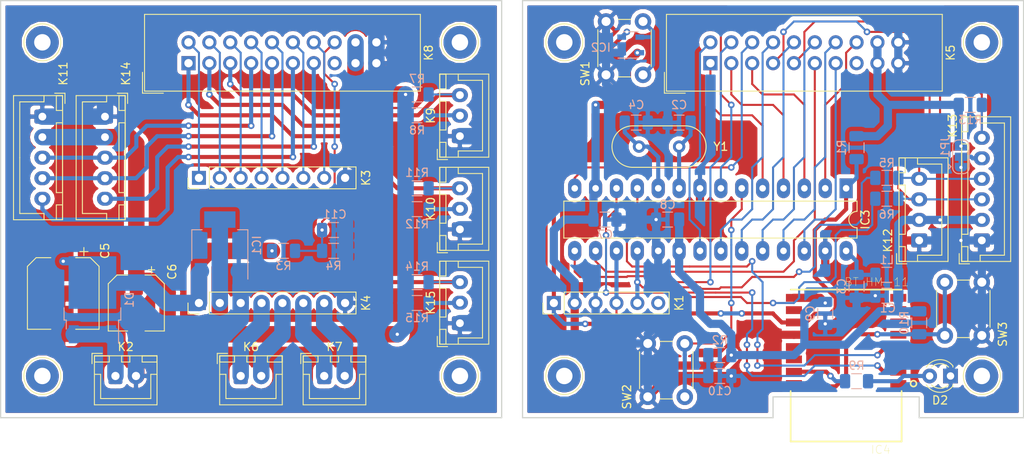
<source format=kicad_pcb>
(kicad_pcb (version 20171130) (host pcbnew 5.0.2-bee76a0~70~ubuntu18.04.1)
  (layers (0 F.Cu signal) (31 B.Cu signal) (34 B.Paste user) (35 F.Paste user) (36 B.SilkS user) (37 F.SilkS user) (38 B.Mask user) (39 F.Mask user) (44 Edge.Cuts user))
  (net 0 "")
  (net 1 GND)
  (net 2 VCC)
  (net 3 "Net-(C2-Pad1)")
  (net 4 "Net-(C3-Pad1)")
  (net 5 CLKO)
  (net 6 +BATT)
  (net 7 BPGAME)
  (net 8 "Net-(D1-Pad1)")
  (net 9 "Net-(D2-Pad2)")
  (net 10 ~MCLR)
  (net 11 "Net-(IC2-Pad4)")
  (net 12 VBATT)
  (net 13 DAVG)
  (net 14 DAVD)
  (net 15 DARC)
  (net 16 INT)
  (net 17 U1ATX)
  (net 18 U1ARX)
  (net 19 DIR1A)
  (net 20 DIR2A)
  (net 21 XSHUT1)
  (net 22 PGD)
  (net 23 PGC)
  (net 24 PWMA)
  (net 25 STBY)
  (net 26 DIR1B)
  (net 27 DIR2B)
  (net 28 PWMB)
  (net 29 XSHUT2)
  (net 30 "Net-(IC4-Pad1)")
  (net 31 "Net-(IC4-Pad3)")
  (net 32 "Net-(IC4-Pad13)")
  (net 33 "Net-(IC4-Pad14)")
  (net 34 "Net-(IC4-Pad15)")
  (net 35 "Net-(IC4-Pad16)")
  (net 36 "Net-(JP1-Pad2)")
  (net 37 "Net-(K1-Pad6)")
  (net 38 "Net-(K4-Pad4)")
  (net 39 "Net-(K4-Pad5)")
  (net 40 "Net-(K4-Pad6)")
  (net 41 "Net-(K4-Pad7)")
  (net 42 SDA)
  (net 43 SCL)
  (net 44 MVBATT)
  (net 45 MDAVG)
  (net 46 MDAVD)
  (net 47 MDARC)
  (net 48 MDIR1A)
  (net 49 MDIR2A)
  (net 50 MXSHUT1)
  (net 51 MPWMA)
  (net 52 MSTBY)
  (net 53 MDIR1B)
  (net 54 MDIR2B)
  (net 55 MPWMB)
  (net 56 MXSHUT2)
  (net 57 MSCL)
  (net 58 MSDA)
  (net 59 "Net-(K9-Pad2)")
  (net 60 "Net-(K10-Pad2)")
  (net 61 "Net-(K15-Pad2)")
  (net 62 "Net-(K5-Pad15)")
  (net 63 "Net-(K8-Pad15)")
  (module 317030001:XCVR_317030001 (layer F.Cu) (at 186.69 113.03 180)
    (fp_text reference IC4 (at -4.21442 -10.2457 180) (layer F.SilkS) (effects (font (size 1.00105 1.00105) (thickness 0.05))))
    (fp_text value "BT HM-11" (at -3.72982 10.1782 180) (layer F.SilkS) (effects (font (size 1.0013 1.0013) (thickness 0.05))))
    (pad 1 smd rect (at -6.35 -2.25 180) (size 1.95 0.95) (layers F.Cu F.Paste F.Mask) (net 30 "Net-(IC4-Pad1)"))
    (pad 2 smd rect (at -6.35 -0.75 180) (size 1.95 0.95) (layers F.Cu F.Paste F.Mask) (net 18 U1ARX))
    (pad 3 smd rect (at -6.35 0.75 180) (size 1.95 0.95) (layers F.Cu F.Paste F.Mask) (net 31 "Net-(IC4-Pad3)"))
    (pad 4 smd rect (at -6.35 2.25 180) (size 1.95 0.95) (layers F.Cu F.Paste F.Mask) (net 17 U1ATX))
    (pad 5 smd rect (at -6.35 3.75 180) (size 1.95 0.95) (layers F.Cu F.Paste F.Mask))
    (pad 6 smd rect (at -6.35 5.25 180) (size 1.95 0.95) (layers F.Cu F.Paste F.Mask))
    (pad 7 smd rect (at -6.35 6.75 180) (size 1.95 0.95) (layers F.Cu F.Paste F.Mask))
    (pad 8 smd rect (at -6.35 8.25 180) (size 1.95 0.95) (layers F.Cu F.Paste F.Mask))
    (pad 9 smd rect (at 6.35 8.25) (size 1.95 0.95) (layers F.Cu F.Paste F.Mask) (net 2 VCC))
    (pad 10 smd rect (at 6.35 6.75) (size 1.95 0.95) (layers F.Cu F.Paste F.Mask))
    (pad 11 smd rect (at 6.35 5.25) (size 1.95 0.95) (layers F.Cu F.Paste F.Mask) (net 10 ~MCLR))
    (pad 12 smd rect (at 6.35 3.75) (size 1.95 0.95) (layers F.Cu F.Paste F.Mask) (net 1 GND))
    (pad 13 smd rect (at 6.35 2.25) (size 1.95 0.95) (layers F.Cu F.Paste F.Mask) (net 32 "Net-(IC4-Pad13)"))
    (pad 14 smd rect (at 6.35 0.75) (size 1.95 0.95) (layers F.Cu F.Paste F.Mask) (net 33 "Net-(IC4-Pad14)"))
    (pad 15 smd rect (at 6.35 -0.75) (size 1.95 0.95) (layers F.Cu F.Paste F.Mask) (net 34 "Net-(IC4-Pad15)"))
    (pad 16 smd rect (at 6.35 -2.25) (size 1.95 0.95) (layers F.Cu F.Paste F.Mask) (net 35 "Net-(IC4-Pad16)"))
  )
  (module Connector_IDC:IDC-Header_2x10_P2.54mm_Vertical (layer F.Cu) (at 106.68 76.2 90)
    (fp_text reference K8 (at 1.27 29.21 90) (layer F.SilkS))
    (fp_text value INTERFACE)
    (pad 20 thru_hole oval (at 2.54 22.86 90) (size 1.7272 1.7272) (drill 1.016) (layers *.Cu *.Mask) (net 1 GND))
    (pad 19 thru_hole oval (at 0 22.86 90) (size 1.7272 1.7272) (drill 1.016) (layers *.Cu *.Mask) (net 1 GND))
    (pad 18 thru_hole oval (at 2.54 20.32 90) (size 1.7272 1.7272) (drill 1.016) (layers *.Cu *.Mask) (net 2 VCC))
    (pad 17 thru_hole oval (at 0 20.32 90) (size 1.7272 1.7272) (drill 1.016) (layers *.Cu *.Mask) (net 2 VCC))
    (pad 16 thru_hole oval (at 2.54 17.78 90) (size 1.7272 1.7272) (drill 1.016) (layers *.Cu *.Mask) (net 12 VBATT))
    (pad 15 thru_hole oval (at 0 17.78 90) (size 1.7272 1.7272) (drill 1.016) (layers *.Cu *.Mask) (net 63 "Net-(K8-Pad15)"))
    (pad 14 thru_hole oval (at 2.54 15.24 90) (size 1.7272 1.7272) (drill 1.016) (layers *.Cu *.Mask) (net 28 PWMB))
    (pad 13 thru_hole oval (at 0 15.24 90) (size 1.7272 1.7272) (drill 1.016) (layers *.Cu *.Mask) (net 29 XSHUT2))
    (pad 12 thru_hole oval (at 2.54 12.7 90) (size 1.7272 1.7272) (drill 1.016) (layers *.Cu *.Mask) (net 27 DIR2B))
    (pad 11 thru_hole oval (at 0 12.7 90) (size 1.7272 1.7272) (drill 1.016) (layers *.Cu *.Mask) (net 21 XSHUT1))
    (pad 10 thru_hole oval (at 2.54 10.16 90) (size 1.7272 1.7272) (drill 1.016) (layers *.Cu *.Mask) (net 26 DIR1B))
    (pad 9 thru_hole oval (at 0 10.16 90) (size 1.7272 1.7272) (drill 1.016) (layers *.Cu *.Mask) (net 42 SDA))
    (pad 8 thru_hole oval (at 2.54 7.62 90) (size 1.7272 1.7272) (drill 1.016) (layers *.Cu *.Mask) (net 25 STBY))
    (pad 7 thru_hole oval (at 0 7.62 90) (size 1.7272 1.7272) (drill 1.016) (layers *.Cu *.Mask) (net 43 SCL))
    (pad 6 thru_hole oval (at 2.54 5.08 90) (size 1.7272 1.7272) (drill 1.016) (layers *.Cu *.Mask) (net 19 DIR1A))
    (pad 5 thru_hole oval (at 0 5.08 90) (size 1.7272 1.7272) (drill 1.016) (layers *.Cu *.Mask) (net 13 DAVG))
    (pad 4 thru_hole oval (at 2.54 2.54 90) (size 1.7272 1.7272) (drill 1.016) (layers *.Cu *.Mask) (net 20 DIR2A))
    (pad 3 thru_hole oval (at 0 2.54 90) (size 1.7272 1.7272) (drill 1.016) (layers *.Cu *.Mask) (net 14 DAVD))
    (pad 2 thru_hole oval (at 2.54 0 90) (size 1.7272 1.7272) (drill 1.016) (layers *.Cu *.Mask) (net 24 PWMA))
    (pad 1 thru_hole rect (at 0 0 90) (size 1.7272 1.7272) (drill 1.016) (layers *.Cu *.Mask) (net 15 DARC))
  )
  (module Connector_JST:JST_XH_B03B-XH-A_1x03_P2.50mm_Vertical (layer F.Cu) (at 139.7 85.09 90)
    (fp_text reference K9 (at 2.5 -3.55 90) (layer F.SilkS))
    (fp_text value DAVG)
    (pad 1 thru_hole roundrect (at 0 0 90) (size 1.7 1.95) (drill 0.95) (layers *.Cu *.Mask) (roundrect_rratio 0.147059) (net 1 GND))
    (pad 2 thru_hole oval (at 2.5 0 90) (size 1.7 1.95) (drill 0.95) (layers *.Cu *.Mask) (net 59 "Net-(K9-Pad2)"))
    (pad 3 thru_hole oval (at 5 0 90) (size 1.7 1.95) (drill 0.95) (layers *.Cu *.Mask) (net 13 DAVG))
  )
  (module Connector_JST:JST_XH_B05B-XH-A_1x05_P2.50mm_Vertical (layer F.Cu) (at 96.52 82.71 270)
    (fp_text reference K14 (at -5.24 -2.54 270) (layer F.SilkS))
    (fp_text value "TOF ARRIERE")
    (pad 1 thru_hole roundrect (at 0 0 270) (size 1.7 1.95) (drill 0.95) (layers *.Cu *.Mask) (roundrect_rratio 0.147059) (net 1 GND))
    (pad 2 thru_hole oval (at 2.5 0 270) (size 1.7 1.95) (drill 0.95) (layers *.Cu *.Mask) (net 2 VCC))
    (pad 3 thru_hole oval (at 5 0 270) (size 1.7 1.95) (drill 0.95) (layers *.Cu *.Mask) (net 43 SCL))
    (pad 4 thru_hole oval (at 7.5 0 270) (size 1.7 1.95) (drill 0.95) (layers *.Cu *.Mask) (net 42 SDA))
    (pad 5 thru_hole oval (at 10 0 270) (size 1.7 1.95) (drill 0.95) (layers *.Cu *.Mask) (net 29 XSHUT2))
  )
  (module Resistor_SMD:R_1206_3216Metric (layer B.Cu) (at 187.96 86.49 270)
    (fp_text reference R1 (at 0 1.82 270) (layer B.SilkS) (effects (justify mirror)))
    (fp_text value 10k)
    (pad 1 smd roundrect (at -1.4 0 270) (size 1.25 1.75) (layers B.Cu B.Paste B.Mask) (roundrect_rratio 0.2) (net 2 VCC))
    (pad 2 smd roundrect (at 1.4 0 270) (size 1.25 1.75) (layers B.Cu B.Paste B.Mask) (roundrect_rratio 0.2) (net 10 ~MCLR))
  )
  (module Package_TO_SOT_SMD:SOT-223-3_TabPin2 (layer B.Cu) (at 110.49 98.4 90)
    (fp_text reference IC1 (at 0 4.5 90) (layer B.SilkS) (effects (justify mirror)))
    (fp_text value AP1117-33)
    (pad 2 smd rect (at 3.15 0 90) (size 2 3.8) (layers B.Cu B.Paste B.Mask) (net 2 VCC))
    (pad 2 smd rect (at -3.15 0 90) (size 2 1.5) (layers B.Cu B.Paste B.Mask) (net 2 VCC))
    (pad 3 smd rect (at -3.15 -2.3 90) (size 2 1.5) (layers B.Cu B.Paste B.Mask) (net 6 +BATT))
    (pad 1 smd rect (at -3.15 2.3 90) (size 2 1.5) (layers B.Cu B.Paste B.Mask) (net 1 GND))
  )
  (module TestPoint:TestPoint_THTPad_D4.0mm_Drill2.0mm (layer F.Cu) (at 203.2 73.66)
    (fp_text reference "" (at 0 -2.898) (layer F.SilkS))
    (fp_text value "")
    (pad 1 thru_hole circle (at 0 0) (size 4 4) (drill 2) (layers *.Cu *.Mask))
  )
  (module TestPoint:TestPoint_THTPad_D4.0mm_Drill2.0mm (layer F.Cu) (at 152.4 73.66)
    (fp_text reference "" (at 0 -2.898) (layer F.SilkS))
    (fp_text value "")
    (pad 1 thru_hole circle (at 0 0) (size 4 4) (drill 2) (layers *.Cu *.Mask))
  )
  (module TestPoint:TestPoint_THTPad_D4.0mm_Drill2.0mm (layer F.Cu) (at 203.2 114.3)
    (fp_text reference "" (at 0 -2.898) (layer F.SilkS))
    (fp_text value "")
    (pad 1 thru_hole circle (at 0 0) (size 4 4) (drill 2) (layers *.Cu *.Mask))
  )
  (module TestPoint:TestPoint_THTPad_D4.0mm_Drill2.0mm (layer F.Cu) (at 152.4 114.3)
    (fp_text reference "" (at 0 -2.898) (layer F.SilkS))
    (fp_text value "")
    (pad 1 thru_hole circle (at 0 0) (size 4 4) (drill 2) (layers *.Cu *.Mask))
  )
  (module TestPoint:TestPoint_THTPad_D4.0mm_Drill2.0mm (layer F.Cu) (at 88.9 114.3)
    (fp_text reference "" (at 0 -2.898) (layer F.SilkS))
    (fp_text value "")
    (pad 1 thru_hole circle (at 0 0) (size 4 4) (drill 2) (layers *.Cu *.Mask))
  )
  (module TestPoint:TestPoint_THTPad_D4.0mm_Drill2.0mm (layer F.Cu) (at 139.7 114.3)
    (fp_text reference "" (at 0 -2.898) (layer F.SilkS))
    (fp_text value "")
    (pad 1 thru_hole circle (at 0 0) (size 4 4) (drill 2) (layers *.Cu *.Mask))
  )
  (module TestPoint:TestPoint_THTPad_D4.0mm_Drill2.0mm (layer F.Cu) (at 88.9 73.66)
    (fp_text reference "" (at 0 -2.898) (layer F.SilkS))
    (fp_text value "")
    (pad 1 thru_hole circle (at 0 0) (size 4 4) (drill 2) (layers *.Cu *.Mask))
  )
  (module TestPoint:TestPoint_THTPad_D4.0mm_Drill2.0mm (layer F.Cu) (at 139.7 73.66)
    (fp_text reference "" (at 0 -2.898) (layer F.SilkS))
    (fp_text value "")
    (pad 1 thru_hole circle (at 0 0) (size 4 4) (drill 2) (layers *.Cu *.Mask))
  )
  (module Capacitor_SMD:C_1206_3216Metric (layer B.Cu) (at 191.64 104.52 180)
    (fp_text reference C1 (at -0.13 -1.525 180) (layer B.SilkS) (effects (justify mirror)))
    (fp_text value 100n)
    (pad 1 smd roundrect (at -1.4 0 180) (size 1.25 1.75) (layers B.Cu B.Paste B.Mask) (roundrect_rratio 0.2) (net 2 VCC))
    (pad 2 smd roundrect (at 1.4 0 180) (size 1.25 1.75) (layers B.Cu B.Paste B.Mask) (roundrect_rratio 0.2) (net 1 GND))
  )
  (module Capacitor_SMD:C_1206_3216Metric (layer B.Cu) (at 166.37 83.44 180)
    (fp_text reference C2 (at 0 2.16 180) (layer B.SilkS) (effects (justify mirror)))
    (fp_text value 22p)
    (pad 2 smd roundrect (at 1.4 0 180) (size 1.25 1.75) (layers B.Cu B.Paste B.Mask) (roundrect_rratio 0.2) (net 1 GND))
    (pad 1 smd roundrect (at -1.4 0 180) (size 1.25 1.75) (layers B.Cu B.Paste B.Mask) (roundrect_rratio 0.2) (net 3 "Net-(C2-Pad1)"))
  )
  (module Capacitor_SMD:C_1206_3216Metric (layer B.Cu) (at 187.96 103.38 270)
    (fp_text reference C3 (at 0 1.82 270) (layer B.SilkS) (effects (justify mirror)))
    (fp_text value 100n)
    (pad 1 smd roundrect (at -1.4 0 270) (size 1.25 1.75) (layers B.Cu B.Paste B.Mask) (roundrect_rratio 0.2) (net 4 "Net-(C3-Pad1)"))
    (pad 2 smd roundrect (at 1.4 0 270) (size 1.25 1.75) (layers B.Cu B.Paste B.Mask) (roundrect_rratio 0.2) (net 1 GND))
  )
  (module Capacitor_SMD:C_1206_3216Metric (layer B.Cu) (at 161.16 83.44)
    (fp_text reference C4 (at 0 -2.16) (layer B.SilkS) (effects (justify mirror)))
    (fp_text value 22p)
    (pad 1 smd roundrect (at -1.4 0) (size 1.25 1.75) (layers B.Cu B.Paste B.Mask) (roundrect_rratio 0.2) (net 5 CLKO))
    (pad 2 smd roundrect (at 1.4 0) (size 1.25 1.75) (layers B.Cu B.Paste B.Mask) (roundrect_rratio 0.2) (net 1 GND))
  )
  (module Capacitor_SMD:CP_Elec_8x10.5 (layer F.Cu) (at 91.44 104.25 270)
    (fp_text reference C5 (at -5.19 -5.08 270) (layer F.SilkS))
    (fp_text value 330u)
    (pad 1 smd roundrect (at -3.7 0 270) (size 4.4 2.5) (layers F.Cu F.Paste F.Mask) (roundrect_rratio 0.1) (net 6 +BATT))
    (pad 2 smd roundrect (at 3.7 0 270) (size 4.4 2.5) (layers F.Cu F.Paste F.Mask) (roundrect_rratio 0.1) (net 1 GND))
  )
  (module Capacitor_SMD:CP_Elec_6.3x7.7 (layer F.Cu) (at 100.33 105.41 270)
    (fp_text reference C6 (at -3.81 -4.35 270) (layer F.SilkS))
    (fp_text value 100u)
    (pad 1 smd roundrect (at -2.7 0 270) (size 3.5 1.6) (layers F.Cu F.Paste F.Mask) (roundrect_rratio 0.15625) (net 2 VCC))
    (pad 2 smd roundrect (at 2.7 0 270) (size 3.5 1.6) (layers F.Cu F.Paste F.Mask) (roundrect_rratio 0.15625) (net 1 GND))
  )
  (module Capacitor_SMD:C_1206_3216Metric (layer B.Cu) (at 157.35 95.25)
    (fp_text reference C7 (at 0 1.82) (layer B.SilkS) (effects (justify mirror)))
    (fp_text value 100n)
    (pad 2 smd roundrect (at 1.4 0) (size 1.25 1.75) (layers B.Cu B.Paste B.Mask) (roundrect_rratio 0.2) (net 1 GND))
    (pad 1 smd roundrect (at -1.4 0) (size 1.25 1.75) (layers B.Cu B.Paste B.Mask) (roundrect_rratio 0.2) (net 2 VCC))
  )
  (module Capacitor_SMD:C_1206_3216Metric (layer B.Cu) (at 164.97 95.25 180)
    (fp_text reference C8 (at 0 1.82 180) (layer B.SilkS) (effects (justify mirror)))
    (fp_text value 100n)
    (pad 1 smd roundrect (at -1.4 0 180) (size 1.25 1.75) (layers B.Cu B.Paste B.Mask) (roundrect_rratio 0.2) (net 2 VCC))
    (pad 2 smd roundrect (at 1.4 0 180) (size 1.25 1.75) (layers B.Cu B.Paste B.Mask) (roundrect_rratio 0.2) (net 1 GND))
  )
  (module Capacitor_SMD:C_1206_3216Metric (layer B.Cu) (at 184.15 106.68 270)
    (fp_text reference C9 (at 0 1.82 270) (layer B.SilkS) (effects (justify mirror)))
    (fp_text value 100n)
    (pad 2 smd roundrect (at 1.4 0 270) (size 1.25 1.75) (layers B.Cu B.Paste B.Mask) (roundrect_rratio 0.2) (net 1 GND))
    (pad 1 smd roundrect (at -1.4 0 270) (size 1.25 1.75) (layers B.Cu B.Paste B.Mask) (roundrect_rratio 0.2) (net 2 VCC))
  )
  (module Capacitor_SMD:C_1206_3216Metric (layer B.Cu) (at 171.32 114.3)
    (fp_text reference C10 (at 0 1.82) (layer B.SilkS) (effects (justify mirror)))
    (fp_text value 100n)
    (pad 1 smd roundrect (at -1.4 0) (size 1.25 1.75) (layers B.Cu B.Paste B.Mask) (roundrect_rratio 0.2) (net 7 BPGAME))
    (pad 2 smd roundrect (at 1.4 0) (size 1.25 1.75) (layers B.Cu B.Paste B.Mask) (roundrect_rratio 0.2) (net 1 GND))
  )
  (module Capacitor_SMD:C_1206_3216Metric (layer B.Cu) (at 124.33 96.52)
    (fp_text reference C11 (at 0.13 -1.905) (layer B.SilkS) (effects (justify mirror)))
    (fp_text value 100n)
    (pad 2 smd roundrect (at 1.4 0) (size 1.25 1.75) (layers B.Cu B.Paste B.Mask) (roundrect_rratio 0.2) (net 1 GND))
    (pad 1 smd roundrect (at -1.4 0) (size 1.25 1.75) (layers B.Cu B.Paste B.Mask) (roundrect_rratio 0.2) (net 12 VBATT))
  )
  (module Package_TO_SOT_SMD:TO-252-2 (layer B.Cu) (at 94.99 105.02 90)
    (fp_text reference D1 (at 0 4.5 90) (layer B.SilkS) (effects (justify mirror)))
    (fp_text value MBRD340)
    (pad 1 smd rect (at -4.2 2.28 90) (size 2.2 1.2) (layers B.Cu B.Paste B.Mask) (net 8 "Net-(D1-Pad1)"))
    (pad 3 smd rect (at -4.2 -2.28 90) (size 2.2 1.2) (layers B.Cu B.Paste B.Mask) (net 8 "Net-(D1-Pad1)"))
    (pad 2 smd rect (at 2.1 0 90) (size 6.4 5.8) (layers B.Cu B.Mask) (net 6 +BATT))
  )
  (module LED_THT:LED_D3.0mm (layer F.Cu) (at 199.39 114.3 180)
    (fp_text reference D2 (at 1.27 -2.96 180) (layer F.SilkS))
    (fp_text value SYS.)
    (pad 1 thru_hole rect (at 0 0 180) (size 1.8 1.8) (drill 0.9) (layers *.Cu *.Mask) (net 1 GND))
    (pad 2 thru_hole circle (at 2.54 0 180) (size 1.8 1.8) (drill 0.9) (layers *.Cu *.Mask) (net 9 "Net-(D2-Pad2)"))
  )
  (module Package_TO_SOT_SMD:SOT-23-5 (layer B.Cu) (at 160.485 73.975)
    (fp_text reference IC2 (at -3.64 0.32) (layer B.SilkS) (effects (justify mirror)))
    (fp_text value LM3724EM5-3.08)
    (pad 1 smd rect (at -1.1 0.95) (size 1.06 0.65) (layers B.Cu B.Paste B.Mask) (net 1 GND))
    (pad 2 smd rect (at -1.1 0) (size 1.06 0.65) (layers B.Cu B.Paste B.Mask) (net 1 GND))
    (pad 3 smd rect (at -1.1 -0.95) (size 1.06 0.65) (layers B.Cu B.Paste B.Mask) (net 10 ~MCLR))
    (pad 4 smd rect (at 1.1 -0.95) (size 1.06 0.65) (layers B.Cu B.Paste B.Mask) (net 11 "Net-(IC2-Pad4)"))
    (pad 5 smd rect (at 1.1 0.95) (size 1.06 0.65) (layers B.Cu B.Paste B.Mask) (net 2 VCC))
  )
  (module Jumper:SolderJumper-3_P1.3mm_Bridged12_RoundedPad1.0x1.5mm (layer B.Cu) (at 200.66 87.6 90)
    (fp_text reference JP1 (at 1.24 -1.905 90) (layer B.SilkS) (effects (justify mirror)))
    (fp_text value AD0)
    (pad 1 smd custom (at -1.3 0 90) (size 1 0.5) (layers B.Cu B.Mask) (net 1 GND) (options (clearance outline) (anchor rect)) (primitives (gr_circle (center 0 -0.25) (end 0.5 -0.25) (width 0)) (gr_circle (center 0 0.25) (end 0.5 0.25) (width 0)) (gr_poly (pts (xy 0.55 0.75) (xy 0 0.75) (xy 0 -0.75) (xy 0.55 -0.75)) (width 0)) (gr_poly (pts (xy 0.4 0.3) (xy 0.9 0.3) (xy 0.9 -0.3) (xy 0.4 -0.3)) (width 0))))
    (pad 3 smd custom (at 1.3 0 90) (size 1 0.5) (layers B.Cu B.Mask) (net 2 VCC) (options (clearance outline) (anchor rect)) (primitives (gr_circle (center 0 -0.25) (end 0.5 -0.25) (width 0)) (gr_circle (center 0 0.25) (end 0.5 0.25) (width 0)) (gr_poly (pts (xy -0.55 0.75) (xy 0 0.75) (xy 0 -0.75) (xy -0.55 -0.75)) (width 0))))
    (pad 2 smd rect (at 0 0 90) (size 1 1.5) (layers B.Cu B.Mask) (net 36 "Net-(JP1-Pad2)"))
  )
  (module Connector_PinHeader_2.54mm:PinHeader_1x06_P2.54mm_Vertical (layer F.Cu) (at 151.13 105.41 90)
    (fp_text reference K1 (at 0 15.24 90) (layer F.SilkS))
    (fp_text value ICSP)
    (pad 1 thru_hole rect (at 0 0 90) (size 1.7 1.7) (drill 1) (layers *.Cu *.Mask) (net 10 ~MCLR))
    (pad 2 thru_hole oval (at 0 2.54 90) (size 1.7 1.7) (drill 1) (layers *.Cu *.Mask) (net 2 VCC))
    (pad 3 thru_hole oval (at 0 5.08 90) (size 1.7 1.7) (drill 1) (layers *.Cu *.Mask) (net 1 GND))
    (pad 4 thru_hole oval (at 0 7.62 90) (size 1.7 1.7) (drill 1) (layers *.Cu *.Mask) (net 22 PGD))
    (pad 5 thru_hole oval (at 0 10.16 90) (size 1.7 1.7) (drill 1) (layers *.Cu *.Mask) (net 23 PGC))
    (pad 6 thru_hole oval (at 0 12.7 90) (size 1.7 1.7) (drill 1) (layers *.Cu *.Mask) (net 37 "Net-(K1-Pad6)"))
  )
  (module Connector_JST:JST_XH_B02B-XH-A_1x02_P2.50mm_Vertical (layer F.Cu) (at 97.79 114.3)
    (fp_text reference K2 (at 1.25 -3.55) (layer F.SilkS))
    (fp_text value ALIM)
    (pad 1 thru_hole roundrect (at 0 0) (size 1.7 2) (drill 1) (layers *.Cu *.Mask) (roundrect_rratio 0.147059) (net 8 "Net-(D1-Pad1)"))
    (pad 2 thru_hole oval (at 2.5 0) (size 1.7 2) (drill 1) (layers *.Cu *.Mask) (net 1 GND))
  )
  (module Connector_PinHeader_2.54mm:PinHeader_1x08_P2.54mm_Vertical (layer F.Cu) (at 107.95 90.17 90)
    (fp_text reference K3 (at 0 20.32 90) (layer F.SilkS))
    (fp_text value DRVMA)
    (pad 8 thru_hole oval (at 0 17.78 90) (size 1.7 1.7) (drill 1) (layers *.Cu *.Mask) (net 1 GND))
    (pad 7 thru_hole oval (at 0 15.24 90) (size 1.7 1.7) (drill 1) (layers *.Cu *.Mask) (net 28 PWMB))
    (pad 6 thru_hole oval (at 0 12.7 90) (size 1.7 1.7) (drill 1) (layers *.Cu *.Mask) (net 27 DIR2B))
    (pad 5 thru_hole oval (at 0 10.16 90) (size 1.7 1.7) (drill 1) (layers *.Cu *.Mask) (net 26 DIR1B))
    (pad 4 thru_hole oval (at 0 7.62 90) (size 1.7 1.7) (drill 1) (layers *.Cu *.Mask) (net 25 STBY))
    (pad 3 thru_hole oval (at 0 5.08 90) (size 1.7 1.7) (drill 1) (layers *.Cu *.Mask) (net 19 DIR1A))
    (pad 2 thru_hole oval (at 0 2.54 90) (size 1.7 1.7) (drill 1) (layers *.Cu *.Mask) (net 20 DIR2A))
    (pad 1 thru_hole rect (at 0 0 90) (size 1.7 1.7) (drill 1) (layers *.Cu *.Mask) (net 24 PWMA))
  )
  (module Connector_PinHeader_2.54mm:PinHeader_1x08_P2.54mm_Vertical (layer F.Cu) (at 107.95 105.41 90)
    (fp_text reference K4 (at 0 20.32 90) (layer F.SilkS))
    (fp_text value DRVMB)
    (pad 1 thru_hole rect (at 0 0 90) (size 1.7 1.7) (drill 1) (layers *.Cu *.Mask) (net 6 +BATT))
    (pad 2 thru_hole oval (at 0 2.54 90) (size 1.7 1.7) (drill 1) (layers *.Cu *.Mask) (net 2 VCC))
    (pad 3 thru_hole oval (at 0 5.08 90) (size 1.7 1.7) (drill 1) (layers *.Cu *.Mask) (net 1 GND))
    (pad 4 thru_hole oval (at 0 7.62 90) (size 1.7 1.7) (drill 1) (layers *.Cu *.Mask) (net 38 "Net-(K4-Pad4)"))
    (pad 5 thru_hole oval (at 0 10.16 90) (size 1.7 1.7) (drill 1) (layers *.Cu *.Mask) (net 39 "Net-(K4-Pad5)"))
    (pad 6 thru_hole oval (at 0 12.7 90) (size 1.7 1.7) (drill 1) (layers *.Cu *.Mask) (net 40 "Net-(K4-Pad6)"))
    (pad 7 thru_hole oval (at 0 15.24 90) (size 1.7 1.7) (drill 1) (layers *.Cu *.Mask) (net 41 "Net-(K4-Pad7)"))
    (pad 8 thru_hole oval (at 0 17.78 90) (size 1.7 1.7) (drill 1) (layers *.Cu *.Mask) (net 1 GND))
  )
  (module Connector_IDC:IDC-Header_2x10_P2.54mm_Vertical (layer F.Cu) (at 170.18 76.2 90)
    (fp_text reference K5 (at 1.27 29.21 90) (layer F.SilkS))
    (fp_text value CONTROL)
    (pad 1 thru_hole rect (at 0 0 90) (size 1.7272 1.7272) (drill 1.016) (layers *.Cu *.Mask) (net 47 MDARC))
    (pad 2 thru_hole oval (at 2.54 0 90) (size 1.7272 1.7272) (drill 1.016) (layers *.Cu *.Mask) (net 51 MPWMA))
    (pad 3 thru_hole oval (at 0 2.54 90) (size 1.7272 1.7272) (drill 1.016) (layers *.Cu *.Mask) (net 46 MDAVD))
    (pad 4 thru_hole oval (at 2.54 2.54 90) (size 1.7272 1.7272) (drill 1.016) (layers *.Cu *.Mask) (net 49 MDIR2A))
    (pad 5 thru_hole oval (at 0 5.08 90) (size 1.7272 1.7272) (drill 1.016) (layers *.Cu *.Mask) (net 45 MDAVG))
    (pad 6 thru_hole oval (at 2.54 5.08 90) (size 1.7272 1.7272) (drill 1.016) (layers *.Cu *.Mask) (net 48 MDIR1A))
    (pad 7 thru_hole oval (at 0 7.62 90) (size 1.7272 1.7272) (drill 1.016) (layers *.Cu *.Mask) (net 57 MSCL))
    (pad 8 thru_hole oval (at 2.54 7.62 90) (size 1.7272 1.7272) (drill 1.016) (layers *.Cu *.Mask) (net 52 MSTBY))
    (pad 9 thru_hole oval (at 0 10.16 90) (size 1.7272 1.7272) (drill 1.016) (layers *.Cu *.Mask) (net 58 MSDA))
    (pad 10 thru_hole oval (at 2.54 10.16 90) (size 1.7272 1.7272) (drill 1.016) (layers *.Cu *.Mask) (net 53 MDIR1B))
    (pad 11 thru_hole oval (at 0 12.7 90) (size 1.7272 1.7272) (drill 1.016) (layers *.Cu *.Mask) (net 50 MXSHUT1))
    (pad 12 thru_hole oval (at 2.54 12.7 90) (size 1.7272 1.7272) (drill 1.016) (layers *.Cu *.Mask) (net 54 MDIR2B))
    (pad 13 thru_hole oval (at 0 15.24 90) (size 1.7272 1.7272) (drill 1.016) (layers *.Cu *.Mask) (net 56 MXSHUT2))
    (pad 14 thru_hole oval (at 2.54 15.24 90) (size 1.7272 1.7272) (drill 1.016) (layers *.Cu *.Mask) (net 55 MPWMB))
    (pad 15 thru_hole oval (at 0 17.78 90) (size 1.7272 1.7272) (drill 1.016) (layers *.Cu *.Mask) (net 62 "Net-(K5-Pad15)"))
    (pad 16 thru_hole oval (at 2.54 17.78 90) (size 1.7272 1.7272) (drill 1.016) (layers *.Cu *.Mask) (net 44 MVBATT))
    (pad 17 thru_hole oval (at 0 20.32 90) (size 1.7272 1.7272) (drill 1.016) (layers *.Cu *.Mask) (net 2 VCC))
    (pad 18 thru_hole oval (at 2.54 20.32 90) (size 1.7272 1.7272) (drill 1.016) (layers *.Cu *.Mask) (net 2 VCC))
    (pad 19 thru_hole oval (at 0 22.86 90) (size 1.7272 1.7272) (drill 1.016) (layers *.Cu *.Mask) (net 1 GND))
    (pad 20 thru_hole oval (at 2.54 22.86 90) (size 1.7272 1.7272) (drill 1.016) (layers *.Cu *.Mask) (net 1 GND))
  )
  (module Connector_JST:JST_XH_B02B-XH-A_1x02_P2.50mm_Vertical (layer F.Cu) (at 113.03 114.3)
    (fp_text reference K6 (at 1.25 -3.55) (layer F.SilkS))
    (fp_text value "MOT G")
    (pad 1 thru_hole roundrect (at 0 0) (size 1.7 2) (drill 1) (layers *.Cu *.Mask) (roundrect_rratio 0.147059) (net 38 "Net-(K4-Pad4)"))
    (pad 2 thru_hole oval (at 2.5 0) (size 1.7 2) (drill 1) (layers *.Cu *.Mask) (net 39 "Net-(K4-Pad5)"))
  )
  (module Connector_JST:JST_XH_B02B-XH-A_1x02_P2.50mm_Vertical (layer F.Cu) (at 123.19 114.3)
    (fp_text reference K7 (at 1.25 -3.55) (layer F.SilkS))
    (fp_text value "MOT D")
    (pad 2 thru_hole oval (at 2.5 0) (size 1.7 2) (drill 1) (layers *.Cu *.Mask) (net 41 "Net-(K4-Pad7)"))
    (pad 1 thru_hole roundrect (at 0 0) (size 1.7 2) (drill 1) (layers *.Cu *.Mask) (roundrect_rratio 0.147059) (net 40 "Net-(K4-Pad6)"))
  )
  (module Connector_JST:JST_XH_B03B-XH-A_1x03_P2.50mm_Vertical (layer F.Cu) (at 139.7 96.44 90)
    (fp_text reference K10 (at 2.5 -3.55 90) (layer F.SilkS))
    (fp_text value DAVD)
    (pad 3 thru_hole oval (at 5 0 90) (size 1.7 1.95) (drill 0.95) (layers *.Cu *.Mask) (net 14 DAVD))
    (pad 2 thru_hole oval (at 2.5 0 90) (size 1.7 1.95) (drill 0.95) (layers *.Cu *.Mask) (net 60 "Net-(K10-Pad2)"))
    (pad 1 thru_hole roundrect (at 0 0 90) (size 1.7 1.95) (drill 0.95) (layers *.Cu *.Mask) (roundrect_rratio 0.147059) (net 1 GND))
  )
  (module Connector_JST:JST_XH_B05B-XH-A_1x05_P2.50mm_Vertical (layer F.Cu) (at 88.9 82.71 270)
    (fp_text reference K11 (at -5.24 -2.54 270) (layer F.SilkS))
    (fp_text value "TOF AVANT")
    (pad 5 thru_hole oval (at 10 0 270) (size 1.7 1.95) (drill 0.95) (layers *.Cu *.Mask) (net 21 XSHUT1))
    (pad 4 thru_hole oval (at 7.5 0 270) (size 1.7 1.95) (drill 0.95) (layers *.Cu *.Mask) (net 42 SDA))
    (pad 3 thru_hole oval (at 5 0 270) (size 1.7 1.95) (drill 0.95) (layers *.Cu *.Mask) (net 43 SCL))
    (pad 2 thru_hole oval (at 2.5 0 270) (size 1.7 1.95) (drill 0.95) (layers *.Cu *.Mask) (net 2 VCC))
    (pad 1 thru_hole roundrect (at 0 0 270) (size 1.7 1.95) (drill 0.95) (layers *.Cu *.Mask) (roundrect_rratio 0.147059) (net 1 GND))
  )
  (module Connector_JST:JST_XH_B04B-XH-A_1x04_P2.50mm_Vertical (layer F.Cu) (at 195.58 97.79 90)
    (fp_text reference K12 (at 0 -3.81 90) (layer F.SilkS))
    (fp_text value "AFF OLED")
    (pad 1 thru_hole roundrect (at 0 0 90) (size 1.7 1.95) (drill 0.95) (layers *.Cu *.Mask) (roundrect_rratio 0.147059) (net 1 GND))
    (pad 2 thru_hole oval (at 2.5 0 90) (size 1.7 1.95) (drill 0.95) (layers *.Cu *.Mask) (net 2 VCC))
    (pad 3 thru_hole oval (at 5 0 90) (size 1.7 1.95) (drill 0.95) (layers *.Cu *.Mask) (net 57 MSCL))
    (pad 4 thru_hole oval (at 7.5 0 90) (size 1.7 1.95) (drill 0.95) (layers *.Cu *.Mask) (net 58 MSDA))
  )
  (module Connector_JST:JST_XH_B06B-XH-A_1x06_P2.50mm_Vertical (layer F.Cu) (at 203.2 97.79 90)
    (fp_text reference K13 (at 13.97 -3.55 90) (layer F.SilkS))
    (fp_text value "IMU 6050")
    (pad 6 thru_hole oval (at 12.5 0 90) (size 1.7 1.95) (drill 0.95) (layers *.Cu *.Mask) (net 16 INT))
    (pad 5 thru_hole oval (at 10 0 90) (size 1.7 1.95) (drill 0.95) (layers *.Cu *.Mask) (net 36 "Net-(JP1-Pad2)"))
    (pad 4 thru_hole oval (at 7.5 0 90) (size 1.7 1.95) (drill 0.95) (layers *.Cu *.Mask) (net 58 MSDA))
    (pad 3 thru_hole oval (at 5 0 90) (size 1.7 1.95) (drill 0.95) (layers *.Cu *.Mask) (net 57 MSCL))
    (pad 2 thru_hole oval (at 2.5 0 90) (size 1.7 1.95) (drill 0.95) (layers *.Cu *.Mask) (net 2 VCC))
    (pad 1 thru_hole roundrect (at 0 0 90) (size 1.7 1.95) (drill 0.95) (layers *.Cu *.Mask) (roundrect_rratio 0.147059) (net 1 GND))
  )
  (module Connector_JST:JST_XH_B03B-XH-A_1x03_P2.50mm_Vertical (layer F.Cu) (at 139.7 107.87 90)
    (fp_text reference K15 (at 2.5 -3.55 90) (layer F.SilkS))
    (fp_text value DARC)
    (pad 1 thru_hole roundrect (at 0 0 90) (size 1.7 1.95) (drill 0.95) (layers *.Cu *.Mask) (roundrect_rratio 0.147059) (net 1 GND))
    (pad 2 thru_hole oval (at 2.5 0 90) (size 1.7 1.95) (drill 0.95) (layers *.Cu *.Mask) (net 61 "Net-(K15-Pad2)"))
    (pad 3 thru_hole oval (at 5 0 90) (size 1.7 1.95) (drill 0.95) (layers *.Cu *.Mask) (net 15 DARC))
  )
  (module Inductor_SMD:L_1206_3216Metric (layer B.Cu) (at 191.64 101.98 180)
    (fp_text reference L1 (at 0 1.82 180) (layer B.SilkS) (effects (justify mirror)))
    (fp_text value 10u)
    (pad 1 smd roundrect (at -1.4 0 180) (size 1.25 1.75) (layers B.Cu B.Paste B.Mask) (roundrect_rratio 0.2) (net 2 VCC))
    (pad 2 smd roundrect (at 1.4 0 180) (size 1.25 1.75) (layers B.Cu B.Paste B.Mask) (roundrect_rratio 0.2) (net 4 "Net-(C3-Pad1)"))
  )
  (module Resistor_SMD:R_1206_3216Metric (layer B.Cu) (at 171.32 111.76 180)
    (fp_text reference R2 (at 0 1.82 180) (layer B.SilkS) (effects (justify mirror)))
    (fp_text value 10k)
    (pad 2 smd roundrect (at 1.4 0 180) (size 1.25 1.75) (layers B.Cu B.Paste B.Mask) (roundrect_rratio 0.2) (net 7 BPGAME))
    (pad 1 smd roundrect (at -1.4 0 180) (size 1.25 1.75) (layers B.Cu B.Paste B.Mask) (roundrect_rratio 0.2) (net 2 VCC))
  )
  (module Resistor_SMD:R_1206_3216Metric (layer B.Cu) (at 118.24 99.06)
    (fp_text reference R3 (at 0 1.82) (layer B.SilkS) (effects (justify mirror)))
    (fp_text value R)
    (pad 2 smd roundrect (at 1.4 0) (size 1.25 1.75) (layers B.Cu B.Paste B.Mask) (roundrect_rratio 0.2) (net 12 VBATT))
    (pad 1 smd roundrect (at -1.4 0) (size 1.25 1.75) (layers B.Cu B.Paste B.Mask) (roundrect_rratio 0.2) (net 6 +BATT))
  )
  (module Resistor_SMD:R_1206_3216Metric (layer B.Cu) (at 124.33 99.06)
    (fp_text reference R4 (at 0 1.82) (layer B.SilkS) (effects (justify mirror)))
    (fp_text value R)
    (pad 1 smd roundrect (at -1.4 0) (size 1.25 1.75) (layers B.Cu B.Paste B.Mask) (roundrect_rratio 0.2) (net 12 VBATT))
    (pad 2 smd roundrect (at 1.4 0) (size 1.25 1.75) (layers B.Cu B.Paste B.Mask) (roundrect_rratio 0.2) (net 1 GND))
  )
  (module Resistor_SMD:R_1206_3216Metric (layer B.Cu) (at 191.64 90.17 180)
    (fp_text reference R5 (at 0 1.82 180) (layer B.SilkS) (effects (justify mirror)))
    (fp_text value 1.8k)
    (pad 1 smd roundrect (at -1.4 0 180) (size 1.25 1.75) (layers B.Cu B.Paste B.Mask) (roundrect_rratio 0.2) (net 58 MSDA))
    (pad 2 smd roundrect (at 1.4 0 180) (size 1.25 1.75) (layers B.Cu B.Paste B.Mask) (roundrect_rratio 0.2) (net 23 PGC))
  )
  (module Resistor_SMD:R_1206_3216Metric (layer B.Cu) (at 191.64 92.71 180)
    (fp_text reference R6 (at 0 -1.905 180) (layer B.SilkS) (effects (justify mirror)))
    (fp_text value 1.8k)
    (pad 2 smd roundrect (at 1.4 0 180) (size 1.25 1.75) (layers B.Cu B.Paste B.Mask) (roundrect_rratio 0.2) (net 22 PGD))
    (pad 1 smd roundrect (at -1.4 0 180) (size 1.25 1.75) (layers B.Cu B.Paste B.Mask) (roundrect_rratio 0.2) (net 57 MSCL))
  )
  (module Resistor_SMD:R_1206_3216Metric (layer B.Cu) (at 134.49 80.01)
    (fp_text reference R7 (at 0 -1.905) (layer B.SilkS) (effects (justify mirror)))
    (fp_text value 33k)
    (pad 2 smd roundrect (at 1.4 0) (size 1.25 1.75) (layers B.Cu B.Paste B.Mask) (roundrect_rratio 0.2) (net 13 DAVG))
    (pad 1 smd roundrect (at -1.4 0) (size 1.25 1.75) (layers B.Cu B.Paste B.Mask) (roundrect_rratio 0.2) (net 2 VCC))
  )
  (module Resistor_SMD:R_1206_3216Metric (layer B.Cu) (at 134.49 82.55)
    (fp_text reference R8 (at 0 1.82) (layer B.SilkS) (effects (justify mirror)))
    (fp_text value 910)
    (pad 1 smd roundrect (at -1.4 0) (size 1.25 1.75) (layers B.Cu B.Paste B.Mask) (roundrect_rratio 0.2) (net 2 VCC))
    (pad 2 smd roundrect (at 1.4 0) (size 1.25 1.75) (layers B.Cu B.Paste B.Mask) (roundrect_rratio 0.2) (net 59 "Net-(K9-Pad2)"))
  )
  (module Resistor_SMD:R_1206_3216Metric (layer B.Cu) (at 187.96 114.935)
    (fp_text reference R9 (at 0 -1.905) (layer B.SilkS) (effects (justify mirror)))
    (fp_text value 180)
    (pad 1 smd roundrect (at -1.4 0) (size 1.25 1.75) (layers B.Cu B.Paste B.Mask) (roundrect_rratio 0.2) (net 34 "Net-(IC4-Pad15)"))
    (pad 2 smd roundrect (at 1.4 0) (size 1.25 1.75) (layers B.Cu B.Paste B.Mask) (roundrect_rratio 0.2) (net 9 "Net-(D2-Pad2)"))
  )
  (module Resistor_SMD:R_1206_3216Metric (layer B.Cu) (at 195.58 107.82 270)
    (fp_text reference R10 (at 0 1.82 270) (layer B.SilkS) (effects (justify mirror)))
    (fp_text value 1k)
    (pad 2 smd roundrect (at 1.4 0 270) (size 1.25 1.75) (layers B.Cu B.Paste B.Mask) (roundrect_rratio 0.2) (net 35 "Net-(IC4-Pad16)"))
    (pad 1 smd roundrect (at -1.4 0 270) (size 1.25 1.75) (layers B.Cu B.Paste B.Mask) (roundrect_rratio 0.2) (net 2 VCC))
  )
  (module Resistor_SMD:R_1206_3216Metric (layer B.Cu) (at 134.49 91.44)
    (fp_text reference R11 (at 0 -1.905) (layer B.SilkS) (effects (justify mirror)))
    (fp_text value 33k)
    (pad 2 smd roundrect (at 1.4 0) (size 1.25 1.75) (layers B.Cu B.Paste B.Mask) (roundrect_rratio 0.2) (net 14 DAVD))
    (pad 1 smd roundrect (at -1.4 0) (size 1.25 1.75) (layers B.Cu B.Paste B.Mask) (roundrect_rratio 0.2) (net 2 VCC))
  )
  (module Resistor_SMD:R_1206_3216Metric (layer B.Cu) (at 134.49 93.98)
    (fp_text reference R12 (at 0 1.82) (layer B.SilkS) (effects (justify mirror)))
    (fp_text value 910)
    (pad 1 smd roundrect (at -1.4 0) (size 1.25 1.75) (layers B.Cu B.Paste B.Mask) (roundrect_rratio 0.2) (net 2 VCC))
    (pad 2 smd roundrect (at 1.4 0) (size 1.25 1.75) (layers B.Cu B.Paste B.Mask) (roundrect_rratio 0.2) (net 60 "Net-(K10-Pad2)"))
  )
  (module Resistor_SMD:R_1206_3216Metric (layer B.Cu) (at 201.8 81.28)
    (fp_text reference R13 (at 0 1.82) (layer B.SilkS) (effects (justify mirror)))
    (fp_text value 10k)
    (pad 1 smd roundrect (at -1.4 0) (size 1.25 1.75) (layers B.Cu B.Paste B.Mask) (roundrect_rratio 0.2) (net 2 VCC))
    (pad 2 smd roundrect (at 1.4 0) (size 1.25 1.75) (layers B.Cu B.Paste B.Mask) (roundrect_rratio 0.2) (net 16 INT))
  )
  (module Resistor_SMD:R_1206_3216Metric (layer B.Cu) (at 134.49 102.87)
    (fp_text reference R14 (at 0 -1.905) (layer B.SilkS) (effects (justify mirror)))
    (fp_text value 33k)
    (pad 2 smd roundrect (at 1.4 0) (size 1.25 1.75) (layers B.Cu B.Paste B.Mask) (roundrect_rratio 0.2) (net 15 DARC))
    (pad 1 smd roundrect (at -1.4 0) (size 1.25 1.75) (layers B.Cu B.Paste B.Mask) (roundrect_rratio 0.2) (net 2 VCC))
  )
  (module Resistor_SMD:R_1206_3216Metric (layer B.Cu) (at 134.49 105.41)
    (fp_text reference R15 (at 0 1.82) (layer B.SilkS) (effects (justify mirror)))
    (fp_text value 910)
    (pad 1 smd roundrect (at -1.4 0) (size 1.25 1.75) (layers B.Cu B.Paste B.Mask) (roundrect_rratio 0.2) (net 2 VCC))
    (pad 2 smd roundrect (at 1.4 0) (size 1.25 1.75) (layers B.Cu B.Paste B.Mask) (roundrect_rratio 0.2) (net 61 "Net-(K15-Pad2)"))
  )
  (module Button_Switch_THT:SW_PUSH_6mm (layer F.Cu) (at 157.48 77.62 90)
    (fp_text reference SW1 (at 0.15 -2.54 90) (layer F.SilkS))
    (fp_text value RESET)
    (pad 2 thru_hole circle (at 0 4.5 180) (size 2 2) (drill 1.1) (layers *.Cu *.Mask) (net 11 "Net-(IC2-Pad4)"))
    (pad 1 thru_hole circle (at 0 0 180) (size 2 2) (drill 1.1) (layers *.Cu *.Mask) (net 1 GND))
    (pad 2 thru_hole circle (at 6.5 4.5 180) (size 2 2) (drill 1.1) (layers *.Cu *.Mask) (net 11 "Net-(IC2-Pad4)"))
    (pad 1 thru_hole circle (at 6.5 0 180) (size 2 2) (drill 1.1) (layers *.Cu *.Mask) (net 1 GND))
  )
  (module Button_Switch_THT:SW_PUSH_6mm (layer F.Cu) (at 162.56 116.84 90)
    (fp_text reference SW2 (at 0 -2.54 90) (layer F.SilkS))
    (fp_text value GAME)
    (pad 1 thru_hole circle (at 6.5 0 180) (size 2 2) (drill 1.1) (layers *.Cu *.Mask) (net 1 GND))
    (pad 2 thru_hole circle (at 6.5 4.5 180) (size 2 2) (drill 1.1) (layers *.Cu *.Mask) (net 7 BPGAME))
    (pad 1 thru_hole circle (at 0 0 180) (size 2 2) (drill 1.1) (layers *.Cu *.Mask) (net 1 GND))
    (pad 2 thru_hole circle (at 0 4.5 180) (size 2 2) (drill 1.1) (layers *.Cu *.Mask) (net 7 BPGAME))
  )
  (module Button_Switch_THT:SW_PUSH_6mm (layer F.Cu) (at 198.7 109.37 90)
    (fp_text reference SW3 (at 0.15 7.04 90) (layer F.SilkS))
    (fp_text value "BP SYS.")
    (pad 2 thru_hole circle (at 0 4.5 180) (size 2 2) (drill 1.1) (layers *.Cu *.Mask) (net 1 GND))
    (pad 1 thru_hole circle (at 0 0 180) (size 2 2) (drill 1.1) (layers *.Cu *.Mask) (net 35 "Net-(IC4-Pad16)"))
    (pad 2 thru_hole circle (at 6.5 4.5 180) (size 2 2) (drill 1.1) (layers *.Cu *.Mask) (net 1 GND))
    (pad 1 thru_hole circle (at 6.5 0 180) (size 2 2) (drill 1.1) (layers *.Cu *.Mask) (net 35 "Net-(IC4-Pad16)"))
  )
  (module Crystal:Crystal_HC49-4H_Vertical (layer F.Cu) (at 166.37 86.36 180)
    (fp_text reference Y1 (at -5.08 0 180) (layer F.SilkS))
    (fp_text value 8M)
    (pad 1 thru_hole circle (at 0 0 180) (size 1.5 1.5) (drill 0.8) (layers *.Cu *.Mask) (net 3 "Net-(C2-Pad1)"))
    (pad 2 thru_hole circle (at 4.88 0 180) (size 1.5 1.5) (drill 0.8) (layers *.Cu *.Mask) (net 5 CLKO))
  )
  (module Package_DIP:DIP-28_W7.62mm_LongPads (layer F.Cu) (at 186.69 91.44 270)
    (fp_text reference IC3 (at 3.81 -2.33 270) (layer F.SilkS))
    (fp_text value DSPIC30F4012)
    (pad 1 thru_hole rect (at 0 0 270) (size 2.4 1.6) (drill 0.8) (layers *.Cu *.Mask) (net 10 ~MCLR))
    (pad 15 thru_hole oval (at 7.62 33.02 270) (size 2.4 1.6) (drill 0.8) (layers *.Cu *.Mask) (net 49 MDIR2A))
    (pad 2 thru_hole oval (at 0 2.54 270) (size 2.4 1.6) (drill 0.8) (layers *.Cu *.Mask) (net 44 MVBATT))
    (pad 16 thru_hole oval (at 7.62 30.48 270) (size 2.4 1.6) (drill 0.8) (layers *.Cu *.Mask) (net 50 MXSHUT1))
    (pad 3 thru_hole oval (at 0 5.08 270) (size 2.4 1.6) (drill 0.8) (layers *.Cu *.Mask) (net 45 MDAVG))
    (pad 17 thru_hole oval (at 7.62 27.94 270) (size 2.4 1.6) (drill 0.8) (layers *.Cu *.Mask) (net 22 PGD))
    (pad 4 thru_hole oval (at 0 7.62 270) (size 2.4 1.6) (drill 0.8) (layers *.Cu *.Mask) (net 46 MDAVD))
    (pad 18 thru_hole oval (at 7.62 25.4 270) (size 2.4 1.6) (drill 0.8) (layers *.Cu *.Mask) (net 23 PGC))
    (pad 5 thru_hole oval (at 0 10.16 270) (size 2.4 1.6) (drill 0.8) (layers *.Cu *.Mask) (net 47 MDARC))
    (pad 19 thru_hole oval (at 7.62 22.86 270) (size 2.4 1.6) (drill 0.8) (layers *.Cu *.Mask) (net 1 GND))
    (pad 6 thru_hole oval (at 0 12.7 270) (size 2.4 1.6) (drill 0.8) (layers *.Cu *.Mask) (net 7 BPGAME))
    (pad 20 thru_hole oval (at 7.62 20.32 270) (size 2.4 1.6) (drill 0.8) (layers *.Cu *.Mask) (net 2 VCC))
    (pad 7 thru_hole oval (at 0 15.24 270) (size 2.4 1.6) (drill 0.8) (layers *.Cu *.Mask) (net 16 INT))
    (pad 21 thru_hole oval (at 7.62 17.78 270) (size 2.4 1.6) (drill 0.8) (layers *.Cu *.Mask) (net 51 MPWMA))
    (pad 8 thru_hole oval (at 0 17.78 270) (size 2.4 1.6) (drill 0.8) (layers *.Cu *.Mask) (net 1 GND))
    (pad 22 thru_hole oval (at 7.62 15.24 270) (size 2.4 1.6) (drill 0.8) (layers *.Cu *.Mask) (net 52 MSTBY))
    (pad 9 thru_hole oval (at 0 20.32 270) (size 2.4 1.6) (drill 0.8) (layers *.Cu *.Mask) (net 3 "Net-(C2-Pad1)"))
    (pad 23 thru_hole oval (at 7.62 12.7 270) (size 2.4 1.6) (drill 0.8) (layers *.Cu *.Mask) (net 53 MDIR1B))
    (pad 10 thru_hole oval (at 0 22.86 270) (size 2.4 1.6) (drill 0.8) (layers *.Cu *.Mask) (net 5 CLKO))
    (pad 24 thru_hole oval (at 7.62 10.16 270) (size 2.4 1.6) (drill 0.8) (layers *.Cu *.Mask) (net 54 MDIR2B))
    (pad 11 thru_hole oval (at 0 25.4 270) (size 2.4 1.6) (drill 0.8) (layers *.Cu *.Mask) (net 17 U1ATX))
    (pad 25 thru_hole oval (at 7.62 7.62 270) (size 2.4 1.6) (drill 0.8) (layers *.Cu *.Mask) (net 55 MPWMB))
    (pad 12 thru_hole oval (at 0 27.94 270) (size 2.4 1.6) (drill 0.8) (layers *.Cu *.Mask) (net 18 U1ARX))
    (pad 26 thru_hole oval (at 7.62 5.08 270) (size 2.4 1.6) (drill 0.8) (layers *.Cu *.Mask) (net 56 MXSHUT2))
    (pad 13 thru_hole oval (at 0 30.48 270) (size 2.4 1.6) (drill 0.8) (layers *.Cu *.Mask) (net 2 VCC))
    (pad 27 thru_hole oval (at 7.62 2.54 270) (size 2.4 1.6) (drill 0.8) (layers *.Cu *.Mask) (net 1 GND))
    (pad 14 thru_hole oval (at 0 33.02 270) (size 2.4 1.6) (drill 0.8) (layers *.Cu *.Mask) (net 48 MDIR1A))
    (pad 28 thru_hole oval (at 7.62 0 270) (size 2.4 1.6) (drill 0.8) (layers *.Cu *.Mask) (net 4 "Net-(C3-Pad1)"))
  )
  (gr_line (start 177.8 119.38) (end 177.8 116.84) (layer Edge.Cuts) (width 0.15))
  (gr_line (start 195.58 119.38) (end 208.28 119.38) (layer Edge.Cuts) (width 0.15))
  (gr_line (start 195.58 116.84) (end 195.58 119.38) (layer Edge.Cuts) (width 0.15))
  (gr_line (start 177.8 116.84) (end 195.58 116.84) (layer Edge.Cuts) (width 0.15))
  (gr_line (start 147.32 119.38) (end 177.8 119.38) (layer Edge.Cuts) (width 0.15))
  (gr_line (start 147.32 119.38) (end 147.32 68.58) (layer Edge.Cuts) (width 0.15))
  (gr_line (start 147.32 68.58) (end 208.28 68.58) (layer Edge.Cuts) (width 0.15))
  (gr_line (start 208.28 68.58) (end 208.28 119.38) (layer Edge.Cuts) (width 0.15))
  (gr_line (start 83.82 119.38) (end 83.82 68.58) (layer Edge.Cuts) (width 0.15))
  (gr_line (start 144.78 119.38) (end 83.82 119.38) (layer Edge.Cuts) (width 0.15))
  (gr_line (start 144.78 68.58) (end 144.78 119.38) (layer Edge.Cuts) (width 0.15))
  (gr_line (start 83.82 68.58) (end 144.78 68.58) (layer Edge.Cuts) (width 0.15))
  (via (at 200.66 88.9) (size 0.8) (drill 0.4) (layers F.Cu B.Cu) (net 1))
  (via (at 172.72 114.3) (size 0.8) (drill 0.4) (layers F.Cu B.Cu) (net 1))
  (via (at 184.15 107.95) (size 0.8) (drill 0.4) (layers F.Cu B.Cu) (net 1))
  (segment (start 88.9 82.71) (end 96.52 82.71) (width 2) (layer B.Cu) (net 1))
  (segment (start 129.54 73.66) (end 129.54 76.2) (width 2) (layer B.Cu) (net 1))
  (segment (start 125.73 90.17) (end 125.73 96.52) (width 2) (layer B.Cu) (net 1))
  (segment (start 125.73 96.52) (end 125.73 99.06) (width 2) (layer B.Cu) (net 1))
  (segment (start 113.03 101.79) (end 112.79 101.55) (width 2) (layer B.Cu) (net 1))
  (segment (start 113.03 105.41) (end 113.03 101.79) (width 2) (layer B.Cu) (net 1))
  (segment (start 115.54 101.55) (end 115.59 101.6) (width 2) (layer B.Cu) (net 1))
  (segment (start 115.59 101.6) (end 125.73 101.6) (width 2) (layer B.Cu) (net 1))
  (segment (start 112.79 101.55) (end 115.54 101.55) (width 2) (layer B.Cu) (net 1))
  (segment (start 125.73 99.06) (end 125.73 101.6) (width 2) (layer B.Cu) (net 1))
  (segment (start 125.73 101.6) (end 125.73 105.41) (width 2) (layer B.Cu) (net 1))
  (segment (start 140.97 77.47) (end 142.24 78.74) (width 2) (layer B.Cu) (net 1))
  (segment (start 141.05 107.87) (end 139.7 107.87) (width 2) (layer B.Cu) (net 1))
  (segment (start 142.24 106.68) (end 141.05 107.87) (width 2) (layer B.Cu) (net 1))
  (segment (start 142.16 96.44) (end 142.24 96.52) (width 2) (layer B.Cu) (net 1))
  (segment (start 139.7 96.44) (end 142.16 96.44) (width 2) (layer B.Cu) (net 1))
  (segment (start 142.24 96.52) (end 142.24 106.68) (width 2) (layer B.Cu) (net 1))
  (segment (start 139.7 85.09) (end 142.24 85.09) (width 2) (layer B.Cu) (net 1))
  (segment (start 142.24 78.74) (end 142.24 85.09) (width 2) (layer B.Cu) (net 1))
  (segment (start 142.24 85.09) (end 142.24 96.52) (width 2) (layer B.Cu) (net 1))
  (segment (start 129.54 88.9) (end 128.27 90.17) (width 2) (layer B.Cu) (net 1))
  (segment (start 128.27 90.17) (end 125.73 90.17) (width 2) (layer B.Cu) (net 1))
  (segment (start 140.97 77.47) (end 130.81 77.47) (width 2) (layer B.Cu) (net 1))
  (segment (start 130.81 77.47) (end 129.54 77.47) (width 2) (layer B.Cu) (net 1))
  (segment (start 129.54 76.2) (end 129.54 77.47) (width 2) (layer B.Cu) (net 1))
  (segment (start 129.54 77.47) (end 129.54 88.9) (width 2) (layer B.Cu) (net 1))
  (segment (start 113.03 106.612081) (end 113.03 105.41) (width 2) (layer B.Cu) (net 1))
  (segment (start 101.6 109.22) (end 111.188717 109.22) (width 2) (layer B.Cu) (net 1))
  (segment (start 111.188717 109.22) (end 113.03 107.378717) (width 2) (layer B.Cu) (net 1))
  (segment (start 100.29 110.53) (end 101.6 109.22) (width 2) (layer B.Cu) (net 1))
  (segment (start 113.03 107.378717) (end 113.03 106.612081) (width 2) (layer B.Cu) (net 1))
  (segment (start 100.29 114.3) (end 100.29 110.53) (width 2) (layer B.Cu) (net 1))
  (segment (start 129.54 73.66) (end 129.54 72.39) (width 2) (layer B.Cu) (net 1))
  (segment (start 129.54 72.39) (end 128.27 71.12) (width 2) (layer B.Cu) (net 1))
  (segment (start 128.27 71.12) (end 97.79 71.12) (width 2) (layer B.Cu) (net 1))
  (segment (start 97.79 71.12) (end 96.52 72.39) (width 2) (layer B.Cu) (net 1))
  (segment (start 96.52 72.39) (end 96.52 82.71) (width 2) (layer B.Cu) (net 1))
  (segment (start 100.17 107.95) (end 100.33 108.11) (width 2) (layer F.Cu) (net 1))
  (segment (start 91.44 107.95) (end 100.17 107.95) (width 2) (layer F.Cu) (net 1))
  (segment (start 100.33 114.26) (end 100.29 114.3) (width 2) (layer F.Cu) (net 1))
  (segment (start 100.33 108.11) (end 100.33 114.26) (width 2) (layer F.Cu) (net 1))
  (segment (start 193.04 73.66) (end 193.04 76.2) (width 1) (layer B.Cu) (net 1))
  (segment (start 162.56 110.34) (end 162.56 116.84) (width 1) (layer B.Cu) (net 1))
  (segment (start 189.98 104.78) (end 190.24 104.52) (width 1) (layer B.Cu) (net 1))
  (segment (start 187.96 104.78) (end 189.98 104.78) (width 1) (layer B.Cu) (net 1))
  (segment (start 195.58 97.79) (end 199.39 97.79) (width 1) (layer B.Cu) (net 1))
  (segment (start 163.83 83.44) (end 164.97 83.44) (width 1) (layer B.Cu) (net 1))
  (segment (start 162.56 83.44) (end 163.83 83.44) (width 1) (layer B.Cu) (net 1))
  (segment (start 163.57 98.8) (end 163.83 99.06) (width 1) (layer B.Cu) (net 1))
  (segment (start 163.57 95.25) (end 163.57 95.25) (width 1) (layer B.Cu) (net 1))
  (segment (start 158.75 95.25) (end 163.57 95.25) (width 1) (layer B.Cu) (net 1))
  (segment (start 199.39 113.18) (end 199.39 114.3) (width 1) (layer B.Cu) (net 1))
  (segment (start 203.2 109.37) (end 199.39 113.18) (width 1) (layer B.Cu) (net 1))
  (segment (start 203.2 109.37) (end 203.2 102.87) (width 1) (layer B.Cu) (net 1))
  (segment (start 157.485 74.925) (end 157.48 74.93) (width 1) (layer B.Cu) (net 1))
  (segment (start 159.385 74.925) (end 157.485 74.925) (width 1) (layer B.Cu) (net 1))
  (segment (start 157.48 71.12) (end 157.48 74.93) (width 1) (layer B.Cu) (net 1))
  (segment (start 157.48 74.93) (end 157.48 77.62) (width 1) (layer B.Cu) (net 1))
  (segment (start 159.385 74.925) (end 159.385 74.295) (width 1) (layer B.Cu) (net 1))
  (segment (start 163.57 95.25) (end 163.57 98.8) (width 1) (layer B.Cu) (net 1))
  (via (at 163.57 95.25) (size 0.8) (drill 0.4) (layers F.Cu B.Cu) (net 1))
  (segment (start 163.57 95.25) (end 167.64 95.25) (width 1) (layer F.Cu) (net 1))
  (segment (start 167.64 95.25) (end 168.91 93.98) (width 1) (layer F.Cu) (net 1))
  (segment (start 168.91 93.98) (end 168.91 91.44) (width 1) (layer F.Cu) (net 1))
  (segment (start 182.82 109.28) (end 184.15 107.95) (width 1) (layer F.Cu) (net 1))
  (segment (start 180.34 109.28) (end 182.82 109.28) (width 1) (layer F.Cu) (net 1))
  (segment (start 184.15 107.95) (end 186.69 107.95) (width 1) (layer B.Cu) (net 1))
  (segment (start 186.69 107.95) (end 187.96 106.68) (width 1) (layer B.Cu) (net 1))
  (segment (start 187.96 106.68) (end 187.96 104.78) (width 1) (layer B.Cu) (net 1))
  (segment (start 162.56 110.34) (end 157.33 110.34) (width 1) (layer B.Cu) (net 1))
  (segment (start 156.21 109.22) (end 156.21 105.41) (width 1) (layer B.Cu) (net 1))
  (segment (start 157.33 110.34) (end 156.21 109.22) (width 1) (layer B.Cu) (net 1))
  (segment (start 163.83 99.06) (end 163.83 101.6) (width 1) (layer B.Cu) (net 1))
  (segment (start 163.83 101.6) (end 166.37 104.14) (width 1) (layer B.Cu) (net 1))
  (segment (start 166.37 104.14) (end 166.37 106.68) (width 1) (layer B.Cu) (net 1))
  (segment (start 166.37 106.68) (end 165.1 107.95) (width 1) (layer B.Cu) (net 1))
  (segment (start 165.1 107.95) (end 163.83 107.95) (width 1) (layer B.Cu) (net 1))
  (segment (start 163.83 107.95) (end 162.56 109.22) (width 1) (layer B.Cu) (net 1))
  (segment (start 162.56 109.22) (end 162.56 110.34) (width 1) (layer B.Cu) (net 1))
  (segment (start 162.56 116.84) (end 165.1 114.3) (width 1) (layer F.Cu) (net 1))
  (segment (start 165.1 114.3) (end 172.72 114.3) (width 1) (layer F.Cu) (net 1))
  (segment (start 184.15 107.95) (end 185.42 107.95) (width 1) (layer F.Cu) (net 1))
  (segment (start 185.42 107.95) (end 186.69 106.68) (width 1) (layer F.Cu) (net 1))
  (segment (start 186.69 106.68) (end 186.69 104.14) (width 1) (layer F.Cu) (net 1))
  (segment (start 186.69 104.14) (end 184.15 101.6) (width 1) (layer F.Cu) (net 1))
  (segment (start 184.15 101.6) (end 184.15 99.06) (width 1) (layer F.Cu) (net 1))
  (segment (start 203.2 102.87) (end 203.2 97.79) (width 1) (layer B.Cu) (net 1))
  (segment (start 190.24 104.52) (end 190.24 104.52) (width 1) (layer B.Cu) (net 1))
  (via (at 190.24 104.52) (size 0.8) (drill 0.4) (layers F.Cu B.Cu) (net 1))
  (segment (start 195.58 97.79) (end 191.77 97.79) (width 1) (layer F.Cu) (net 1))
  (segment (start 190.24 99.32) (end 190.24 104.52) (width 1) (layer F.Cu) (net 1))
  (segment (start 191.77 97.79) (end 190.24 99.32) (width 1) (layer F.Cu) (net 1))
  (segment (start 203.2 97.79) (end 204.47 97.79) (width 1) (layer B.Cu) (net 1))
  (segment (start 204.47 97.79) (end 205.74 96.52) (width 1) (layer B.Cu) (net 1))
  (segment (start 205.74 96.52) (end 205.74 80.01) (width 1) (layer B.Cu) (net 1))
  (segment (start 205.74 80.01) (end 204.47 78.74) (width 1) (layer B.Cu) (net 1))
  (segment (start 204.47 78.74) (end 194.31 78.74) (width 1) (layer B.Cu) (net 1))
  (segment (start 194.31 78.74) (end 193.04 77.47) (width 1) (layer B.Cu) (net 1))
  (segment (start 193.04 77.47) (end 193.04 76.2) (width 1) (layer B.Cu) (net 1))
  (segment (start 157.48 77.62) (end 157.48 78.74) (width 1) (layer B.Cu) (net 1))
  (segment (start 157.48 78.74) (end 158.75 80.01) (width 1) (layer B.Cu) (net 1))
  (segment (start 158.75 80.01) (end 164.97 80.01) (width 1) (layer B.Cu) (net 1))
  (segment (start 164.97 80.01) (end 164.97 83.44) (width 1) (layer B.Cu) (net 1))
  (segment (start 199.39 97.79) (end 203.2 97.79) (width 1) (layer B.Cu) (net 1))
  (via (at 200.66 97.79) (size 0.8) (drill 0.4) (layers F.Cu B.Cu) (net 1))
  (segment (start 200.66 88.9) (end 200.66 97.79) (width 1) (layer F.Cu) (net 1))
  (segment (start 193.04 72.39) (end 193.04 73.66) (width 1) (layer B.Cu) (net 1))
  (segment (start 193.04 71.12) (end 193.04 72.39) (width 1) (layer B.Cu) (net 1))
  (segment (start 166.37 69.85) (end 191.77 69.85) (width 1) (layer B.Cu) (net 1))
  (segment (start 191.77 69.85) (end 193.04 71.12) (width 1) (layer B.Cu) (net 1))
  (segment (start 164.97 80.01) (end 164.97 71.25) (width 1) (layer B.Cu) (net 1))
  (segment (start 164.97 71.25) (end 166.37 69.85) (width 1) (layer B.Cu) (net 1))
  (segment (start 180.34 109.28) (end 178.495 109.28) (width 1) (layer F.Cu) (net 1))
  (segment (start 178.495 109.28) (end 177.165 110.61) (width 1) (layer F.Cu) (net 1))
  (segment (start 177.165 110.61) (end 177.165 113.665) (width 1) (layer F.Cu) (net 1))
  (segment (start 176.53 114.3) (end 172.72 114.3) (width 1) (layer F.Cu) (net 1))
  (segment (start 177.165 113.665) (end 176.53 114.3) (width 1) (layer F.Cu) (net 1))
  (via (at 161.29 74.93) (size 0.8) (drill 0.4) (layers F.Cu B.Cu) (net 2))
  (via (at 172.72 111.76) (size 0.8) (drill 0.4) (layers F.Cu B.Cu) (net 2))
  (via (at 184.15 105.41) (size 0.8) (drill 0.4) (layers F.Cu B.Cu) (net 2))
  (segment (start 88.9 85.21) (end 96.52 85.21) (width 2) (layer B.Cu) (net 2))
  (segment (start 127 73.66) (end 127 76.2) (width 2) (layer B.Cu) (net 2))
  (segment (start 133.09 105.41) (end 133.09 105.41) (width 2) (layer B.Cu) (net 2))
  (segment (start 133.09 102.87) (end 133.09 93.98) (width 2) (layer B.Cu) (net 2))
  (segment (start 133.09 93.98) (end 133.09 91.44) (width 2) (layer B.Cu) (net 2))
  (segment (start 133.09 91.44) (end 133.09 82.55) (width 2) (layer B.Cu) (net 2))
  (segment (start 133.09 82.55) (end 133.09 80.01) (width 2) (layer B.Cu) (net 2))
  (segment (start 110.49 101.55) (end 110.49 105.41) (width 2) (layer B.Cu) (net 2))
  (segment (start 133.09 105.41) (end 133.09 102.87) (width 2) (layer B.Cu) (net 2))
  (segment (start 110.49 101.55) (end 110.49 95.25) (width 2) (layer B.Cu) (net 2))
  (segment (start 133.09 80.01) (end 133.09 80.01) (width 2) (layer B.Cu) (net 2))
  (via (at 133.09 80.01) (size 0.8) (drill 0.4) (layers F.Cu B.Cu) (net 2))
  (segment (start 127 76.2) (end 127 78.74) (width 2) (layer F.Cu) (net 2))
  (segment (start 127 78.74) (end 128.27 80.01) (width 2) (layer F.Cu) (net 2))
  (segment (start 128.27 80.01) (end 133.09 80.01) (width 2) (layer F.Cu) (net 2))
  (segment (start 110.49 105.41) (end 110.49 109.22) (width 2) (layer F.Cu) (net 2))
  (segment (start 110.49 109.22) (end 132.08 109.22) (width 2) (layer F.Cu) (net 2))
  (segment (start 100.33 100.86) (end 100.33 102.71) (width 2) (layer F.Cu) (net 2))
  (segment (start 100.33 86.045) (end 100.33 100.86) (width 2) (layer F.Cu) (net 2))
  (segment (start 99.495 85.21) (end 100.33 86.045) (width 2) (layer F.Cu) (net 2))
  (segment (start 96.52 85.21) (end 99.495 85.21) (width 2) (layer F.Cu) (net 2))
  (segment (start 105.41 109.22) (end 110.49 109.22) (width 2) (layer F.Cu) (net 2))
  (segment (start 104.14 107.95) (end 105.41 109.22) (width 2) (layer F.Cu) (net 2))
  (segment (start 104.14 104.14) (end 104.14 107.95) (width 2) (layer F.Cu) (net 2))
  (segment (start 100.33 102.71) (end 102.71 102.71) (width 2) (layer F.Cu) (net 2))
  (segment (start 102.71 102.71) (end 104.14 104.14) (width 2) (layer F.Cu) (net 2))
  (segment (start 132.08 109.22) (end 132.08 109.22) (width 2) (layer F.Cu) (net 2))
  (via (at 132.08 109.22) (size 0.8) (drill 0.4) (layers F.Cu B.Cu) (net 2))
  (segment (start 133.09 108.21) (end 132.08 109.22) (width 2) (layer B.Cu) (net 2))
  (segment (start 133.09 105.41) (end 133.09 108.21) (width 2) (layer B.Cu) (net 2))
  (segment (start 190.5 73.66) (end 190.5 76.2) (width 1) (layer B.Cu) (net 2))
  (segment (start 193.04 101.98) (end 193.04 104.52) (width 1) (layer B.Cu) (net 2))
  (segment (start 195.58 95.29) (end 198.12 95.29) (width 1) (layer B.Cu) (net 2))
  (segment (start 166.37 95.25) (end 166.37 99.06) (width 1) (layer B.Cu) (net 2))
  (segment (start 155.95 91.7) (end 156.21 91.44) (width 1) (layer B.Cu) (net 2))
  (segment (start 155.95 95.25) (end 155.95 91.7) (width 1) (layer B.Cu) (net 2))
  (segment (start 183.52 104.78) (end 184.15 105.41) (width 1) (layer F.Cu) (net 2))
  (segment (start 180.34 104.78) (end 183.52 104.78) (width 1) (layer F.Cu) (net 2))
  (segment (start 155.95 95.25) (end 152.4 95.25) (width 1) (layer B.Cu) (net 2))
  (segment (start 152.4 95.25) (end 151.13 96.52) (width 1) (layer B.Cu) (net 2))
  (segment (start 153.67 105.41) (end 153.67 102.87) (width 1) (layer B.Cu) (net 2))
  (segment (start 153.67 102.87) (end 151.13 100.33) (width 1) (layer B.Cu) (net 2))
  (segment (start 151.13 100.33) (end 151.13 96.52) (width 1) (layer B.Cu) (net 2))
  (segment (start 172.72 111.76) (end 171.45 113.03) (width 1) (layer F.Cu) (net 2))
  (segment (start 171.45 113.03) (end 156.21 113.03) (width 1) (layer F.Cu) (net 2))
  (segment (start 156.21 113.03) (end 153.67 110.49) (width 1) (layer F.Cu) (net 2))
  (segment (start 153.67 110.49) (end 153.67 105.41) (width 1) (layer F.Cu) (net 2))
  (segment (start 193.605 95.29) (end 193.04 95.855) (width 1) (layer B.Cu) (net 2))
  (segment (start 195.58 95.29) (end 193.605 95.29) (width 1) (layer B.Cu) (net 2))
  (segment (start 193.04 95.855) (end 193.04 101.6) (width 1) (layer B.Cu) (net 2))
  (segment (start 193.04 101.6) (end 193.04 101.98) (width 1) (layer B.Cu) (net 2))
  (segment (start 190.5 76.2) (end 190.5 80.01) (width 1) (layer B.Cu) (net 2))
  (segment (start 190.5 80.01) (end 191.77 81.28) (width 1) (layer B.Cu) (net 2))
  (segment (start 187.96 85.09) (end 190.5 85.09) (width 1) (layer B.Cu) (net 2))
  (segment (start 190.5 85.09) (end 191.77 83.82) (width 1) (layer B.Cu) (net 2))
  (segment (start 191.77 83.82) (end 191.77 81.28) (width 1) (layer B.Cu) (net 2))
  (segment (start 191.77 81.28) (end 199.39 81.28) (width 1) (layer B.Cu) (net 2))
  (segment (start 199.39 81.28) (end 200.4 81.28) (width 1) (layer B.Cu) (net 2))
  (segment (start 200.4 86.04) (end 200.66 86.3) (width 1) (layer B.Cu) (net 2))
  (segment (start 200.4 81.28) (end 200.4 86.04) (width 1) (layer B.Cu) (net 2))
  (segment (start 198.12 95.29) (end 203.2 95.29) (width 1) (layer B.Cu) (net 2))
  (via (at 198.12 95.29) (size 0.8) (drill 0.4) (layers F.Cu B.Cu) (net 2))
  (segment (start 200.66 86.3) (end 200.66 86.3) (width 1) (layer B.Cu) (net 2))
  (via (at 200.66 86.3) (size 0.8) (drill 0.4) (layers F.Cu B.Cu) (net 2))
  (segment (start 198.12 95.29) (end 198.12 87.63) (width 1) (layer F.Cu) (net 2))
  (segment (start 198.12 87.63) (end 199.39 86.36) (width 1) (layer F.Cu) (net 2))
  (segment (start 199.39 86.36) (end 200.66 86.36) (width 1) (layer F.Cu) (net 2))
  (segment (start 156.21 91.44) (end 156.21 81.28) (width 1) (layer B.Cu) (net 2))
  (segment (start 156.21 81.28) (end 156.21 81.28) (width 1) (layer B.Cu) (net 2))
  (via (at 156.21 81.28) (size 0.8) (drill 0.4) (layers F.Cu B.Cu) (net 2))
  (segment (start 161.29 74.93) (end 160.02 76.2) (width 1) (layer F.Cu) (net 2))
  (segment (start 160.02 76.2) (end 160.02 80.01) (width 1) (layer F.Cu) (net 2))
  (segment (start 160.02 80.01) (end 158.75 81.28) (width 1) (layer F.Cu) (net 2))
  (segment (start 158.75 81.28) (end 156.21 81.28) (width 1) (layer F.Cu) (net 2))
  (segment (start 186.69 110.49) (end 190.76 106.42) (width 1) (layer B.Cu) (net 2))
  (segment (start 193.04 104.52) (end 193.04 106.42) (width 1) (layer B.Cu) (net 2))
  (segment (start 190.76 106.42) (end 193.04 106.42) (width 1) (layer B.Cu) (net 2))
  (segment (start 193.04 106.42) (end 195.58 106.42) (width 1) (layer B.Cu) (net 2))
  (segment (start 182.88 105.41) (end 184.15 105.41) (width 1) (layer B.Cu) (net 2))
  (segment (start 181.61 106.68) (end 182.88 105.41) (width 1) (layer B.Cu) (net 2))
  (segment (start 181.61 110.49) (end 181.61 106.68) (width 1) (layer B.Cu) (net 2))
  (segment (start 172.72 111.76) (end 180.34 111.76) (width 1) (layer B.Cu) (net 2))
  (segment (start 180.34 111.76) (end 181.61 110.49) (width 1) (layer B.Cu) (net 2))
  (segment (start 186.69 110.49) (end 181.61 110.49) (width 1) (layer B.Cu) (net 2))
  (segment (start 172.72 109.22) (end 172.72 111.76) (width 1) (layer B.Cu) (net 2))
  (segment (start 166.37 101.6) (end 168.91 104.14) (width 1) (layer B.Cu) (net 2))
  (segment (start 170.18 107.95) (end 171.45 107.95) (width 1) (layer B.Cu) (net 2))
  (segment (start 166.37 99.06) (end 166.37 101.6) (width 1) (layer B.Cu) (net 2))
  (segment (start 168.91 104.14) (end 168.91 106.68) (width 1) (layer B.Cu) (net 2))
  (segment (start 168.91 106.68) (end 170.18 107.95) (width 1) (layer B.Cu) (net 2))
  (segment (start 171.45 107.95) (end 172.72 109.22) (width 1) (layer B.Cu) (net 2))
  (segment (start 166.37 86.36) (end 166.37 91.44) (width 0.5) (layer B.Cu) (net 3))
  (segment (start 167.77 84.96) (end 166.37 86.36) (width 0.5) (layer B.Cu) (net 3))
  (segment (start 167.77 83.44) (end 167.77 84.96) (width 0.5) (layer B.Cu) (net 3))
  (segment (start 187.96 101.98) (end 190.24 101.98) (width 0.5) (layer B.Cu) (net 4))
  (segment (start 187.96 101.98) (end 187.96 100.33) (width 0.5) (layer B.Cu) (net 4))
  (segment (start 187.96 100.33) (end 186.69 99.06) (width 0.5) (layer B.Cu) (net 4))
  (segment (start 161.49 86.36) (end 162.56 86.36) (width 0.5) (layer B.Cu) (net 5))
  (segment (start 163.83 87.63) (end 163.83 91.44) (width 0.5) (layer B.Cu) (net 5))
  (segment (start 162.56 86.36) (end 163.83 87.63) (width 0.5) (layer B.Cu) (net 5))
  (segment (start 159.76 84.63) (end 161.49 86.36) (width 0.5) (layer B.Cu) (net 5))
  (segment (start 159.76 83.44) (end 159.76 84.63) (width 0.5) (layer B.Cu) (net 5))
  (via (at 91.44 100.33) (size 0.8) (drill 0.4) (layers F.Cu B.Cu) (net 6))
  (via (at 116.84 99.06) (size 0.8) (drill 0.4) (layers F.Cu B.Cu) (net 6))
  (segment (start 107.95 101.79) (end 108.19 101.55) (width 2) (layer B.Cu) (net 6))
  (segment (start 107.95 105.41) (end 107.95 101.79) (width 2) (layer B.Cu) (net 6))
  (segment (start 107.95 105.41) (end 107.95 101.6) (width 2) (layer F.Cu) (net 6))
  (segment (start 107.95 101.6) (end 107.95 100.33) (width 2) (layer F.Cu) (net 6))
  (segment (start 107.95 100.33) (end 109.22 99.06) (width 2) (layer F.Cu) (net 6))
  (segment (start 109.22 99.06) (end 116.84 99.06) (width 2) (layer F.Cu) (net 6))
  (segment (start 94.99 102.92) (end 95.25 102.92) (width 2) (layer B.Cu) (net 6))
  (segment (start 101.55 102.92) (end 104.04 105.41) (width 2) (layer B.Cu) (net 6))
  (segment (start 104.04 105.41) (end 107.95 105.41) (width 2) (layer B.Cu) (net 6))
  (segment (start 95.25 102.92) (end 101.55 102.92) (width 2) (layer B.Cu) (net 6))
  (segment (start 92.4 100.33) (end 94.99 102.92) (width 1) (layer B.Cu) (net 6))
  (segment (start 91.44 100.33) (end 92.4 100.33) (width 1) (layer B.Cu) (net 6))
  (segment (start 167.06 110.34) (end 167.06 111.754213) (width 0.5) (layer B.Cu) (net 7))
  (segment (start 169.92 114.3) (end 169.92 111.76) (width 0.5) (layer B.Cu) (net 7))
  (segment (start 167.06 111.754213) (end 167.06 114.3) (width 0.5) (layer B.Cu) (net 7))
  (segment (start 169.92 114.3) (end 167.06 114.3) (width 0.5) (layer B.Cu) (net 7))
  (segment (start 167.06 114.3) (end 167.06 116.84) (width 0.5) (layer B.Cu) (net 7))
  (segment (start 173.99 91.44) (end 173.99 93.98) (width 0.25) (layer F.Cu) (net 7))
  (segment (start 173.99 93.98) (end 172.72 95.25) (width 0.25) (layer F.Cu) (net 7))
  (segment (start 172.72 95.25) (end 172.72 96.52) (width 0.25) (layer F.Cu) (net 7))
  (segment (start 172.72 96.52) (end 172.72 96.52) (width 0.25) (layer F.Cu) (net 7))
  (via (at 172.72 96.52) (size 0.8) (drill 0.4) (layers F.Cu B.Cu) (net 7))
  (segment (start 167.06 110.34) (end 171.3 110.34) (width 0.25) (layer F.Cu) (net 7))
  (segment (start 171.3 110.34) (end 172.72 108.92) (width 0.25) (layer F.Cu) (net 7))
  (segment (start 172.72 108.92) (end 172.72 105.41) (width 0.25) (layer F.Cu) (net 7))
  (segment (start 172.72 105.41) (end 172.72 105.41) (width 0.25) (layer F.Cu) (net 7))
  (via (at 172.72 105.41) (size 0.8) (drill 0.4) (layers F.Cu B.Cu) (net 7))
  (segment (start 172.72 98.338996) (end 172.72 96.52) (width 0.25) (layer B.Cu) (net 7))
  (segment (start 172.72 105.41) (end 172.72 98.338996) (width 0.25) (layer B.Cu) (net 7))
  (segment (start 92.71 109.22) (end 97.27 109.22) (width 2) (layer B.Cu) (net 8))
  (segment (start 97.79 109.74) (end 97.27 109.22) (width 2) (layer B.Cu) (net 8))
  (segment (start 97.79 114.3) (end 97.79 109.74) (width 2) (layer B.Cu) (net 8))
  (segment (start 189.36 114.935) (end 193.04 114.935) (width 0.5) (layer B.Cu) (net 9))
  (segment (start 193.04 114.935) (end 193.675 114.3) (width 0.5) (layer B.Cu) (net 9))
  (segment (start 193.675 114.3) (end 196.85 114.3) (width 0.5) (layer B.Cu) (net 9))
  (segment (start 186.69 91.44) (end 187.96 90.17) (width 0.5) (layer B.Cu) (net 10))
  (segment (start 187.96 90.17) (end 187.96 87.89) (width 0.5) (layer B.Cu) (net 10))
  (segment (start 159.385 73.025) (end 160.02 72.39) (width 0.5) (layer B.Cu) (net 10))
  (segment (start 160.02 72.39) (end 160.02 72.39) (width 0.5) (layer B.Cu) (net 10))
  (via (at 160.02 72.39) (size 0.8) (drill 0.4) (layers F.Cu B.Cu) (net 10))
  (segment (start 151.13 102.87) (end 151.13 105.41) (width 0.5) (layer F.Cu) (net 10))
  (segment (start 151.13 102.87) (end 151.13 88.9) (width 0.5) (layer F.Cu) (net 10))
  (segment (start 151.13 88.9) (end 154.94 85.09) (width 0.5) (layer F.Cu) (net 10))
  (segment (start 154.94 85.09) (end 154.94 77.47) (width 0.5) (layer F.Cu) (net 10))
  (segment (start 154.94 77.47) (end 160.02 72.39) (width 0.5) (layer F.Cu) (net 10))
  (segment (start 154.94 107.95) (end 154.94 107.95) (width 0.5) (layer F.Cu) (net 10))
  (via (at 154.94 107.95) (size 0.8) (drill 0.4) (layers F.Cu B.Cu) (net 10))
  (segment (start 151.13 105.41) (end 151.13 106.68) (width 0.5) (layer B.Cu) (net 10))
  (segment (start 151.13 106.68) (end 152.4 107.95) (width 0.5) (layer B.Cu) (net 10))
  (segment (start 152.4 107.95) (end 154.94 107.95) (width 0.5) (layer B.Cu) (net 10))
  (segment (start 154.94 107.95) (end 165.1 107.95) (width 0.5) (layer F.Cu) (net 10))
  (segment (start 165.1 107.95) (end 166.37 107.95) (width 0.5) (layer F.Cu) (net 10))
  (segment (start 166.37 107.95) (end 167.64 106.68) (width 0.5) (layer F.Cu) (net 10))
  (segment (start 167.64 106.68) (end 171.45 106.68) (width 0.5) (layer F.Cu) (net 10))
  (segment (start 171.45 106.68) (end 171.45 106.68) (width 0.5) (layer F.Cu) (net 10))
  (via (at 171.45 106.68) (size 0.8) (drill 0.4) (layers F.Cu B.Cu) (net 10))
  (segment (start 173.99 106.68) (end 173.99 106.68) (width 0.5) (layer F.Cu) (net 10))
  (via (at 173.99 106.68) (size 0.8) (drill 0.4) (layers F.Cu B.Cu) (net 10))
  (segment (start 171.45 106.68) (end 173.99 106.68) (width 0.5) (layer B.Cu) (net 10))
  (segment (start 173.99 106.68) (end 177.8 106.68) (width 0.5) (layer F.Cu) (net 10))
  (segment (start 177.8 106.715) (end 177.8 106.68) (width 0.5) (layer F.Cu) (net 10))
  (segment (start 178.865 107.78) (end 177.8 106.715) (width 0.5) (layer F.Cu) (net 10))
  (segment (start 180.34 107.78) (end 178.865 107.78) (width 0.5) (layer F.Cu) (net 10))
  (segment (start 185.42 95.25) (end 186.69 93.98) (width 0.5) (layer F.Cu) (net 10))
  (segment (start 184.15 95.25) (end 185.42 95.25) (width 0.5) (layer F.Cu) (net 10))
  (segment (start 182.88 102.235) (end 182.88 96.52) (width 0.5) (layer F.Cu) (net 10))
  (segment (start 186.69 93.98) (end 186.69 91.44) (width 0.5) (layer F.Cu) (net 10))
  (segment (start 181.815 107.78) (end 182.88 106.715) (width 0.5) (layer F.Cu) (net 10))
  (segment (start 180.34 107.78) (end 181.815 107.78) (width 0.5) (layer F.Cu) (net 10))
  (segment (start 182.88 96.52) (end 184.15 95.25) (width 0.5) (layer F.Cu) (net 10))
  (segment (start 182.88 106.715) (end 184.75 106.715) (width 0.5) (layer F.Cu) (net 10))
  (segment (start 184.75 106.715) (end 185.42 106.045) (width 0.5) (layer F.Cu) (net 10))
  (segment (start 185.42 106.045) (end 185.42 104.775) (width 0.5) (layer F.Cu) (net 10))
  (segment (start 185.42 104.775) (end 182.88 102.235) (width 0.5) (layer F.Cu) (net 10))
  (segment (start 163.195 72.335) (end 161.98 71.12) (width 0.5) (layer B.Cu) (net 11))
  (segment (start 161.98 77.62) (end 163.195 76.405) (width 0.5) (layer B.Cu) (net 11))
  (segment (start 161.585 73.025) (end 163.195 73.025) (width 0.5) (layer B.Cu) (net 11))
  (segment (start 163.195 76.405) (end 163.195 73.025) (width 0.5) (layer B.Cu) (net 11))
  (segment (start 163.195 73.025) (end 163.195 72.335) (width 0.5) (layer B.Cu) (net 11))
  (segment (start 119.64 99.06) (end 122.93 99.06) (width 0.25) (layer B.Cu) (net 12))
  (segment (start 122.93 99.06) (end 122.93 96.52) (width 0.25) (layer B.Cu) (net 12))
  (segment (start 122.93 96.52) (end 122.93 96.52) (width 0.25) (layer B.Cu) (net 12))
  (via (at 122.93 96.52) (size 0.8) (drill 0.4) (layers F.Cu B.Cu) (net 12))
  (segment (start 124.46 93.98) (end 122.93 95.51) (width 0.25) (layer F.Cu) (net 12))
  (segment (start 122.93 95.51) (end 122.93 96.52) (width 0.25) (layer F.Cu) (net 12))
  (segment (start 124.46 86.36) (end 124.46 86.36) (width 0.25) (layer F.Cu) (net 12))
  (segment (start 124.46 86.36) (end 124.46 93.98) (width 0.25) (layer F.Cu) (net 12))
  (via (at 124.46 86.36) (size 0.8) (drill 0.4) (layers F.Cu B.Cu) (net 12))
  (segment (start 124.46 73.66) (end 123.19 74.93) (width 0.25) (layer F.Cu) (net 12))
  (segment (start 123.19 74.93) (end 123.19 77.47) (width 0.25) (layer F.Cu) (net 12))
  (segment (start 123.19 77.47) (end 124.46 78.74) (width 0.25) (layer F.Cu) (net 12))
  (segment (start 124.46 78.74) (end 124.46 78.74) (width 0.25) (layer F.Cu) (net 12))
  (via (at 124.46 78.74) (size 0.8) (drill 0.4) (layers F.Cu B.Cu) (net 12))
  (segment (start 124.46 78.74) (end 124.46 86.36) (width 0.25) (layer B.Cu) (net 12))
  (segment (start 139.62 80.01) (end 139.7 80.09) (width 0.25) (layer B.Cu) (net 13))
  (segment (start 135.89 80.01) (end 139.62 80.01) (width 0.25) (layer B.Cu) (net 13))
  (segment (start 111.76 78.74) (end 111.76 78.74) (width 0.25) (layer B.Cu) (net 13))
  (via (at 111.76 78.74) (size 0.8) (drill 0.4) (layers F.Cu B.Cu) (net 13))
  (segment (start 111.76 76.2) (end 111.76 78.74) (width 0.5) (layer B.Cu) (net 13))
  (segment (start 111.76 78.74) (end 113.03 80.01) (width 0.5) (layer F.Cu) (net 13))
  (segment (start 113.03 80.01) (end 119.38 80.01) (width 0.5) (layer F.Cu) (net 13))
  (segment (start 119.38 80.01) (end 121.92 82.55) (width 0.5) (layer F.Cu) (net 13))
  (segment (start 121.92 82.55) (end 134.62 82.55) (width 0.5) (layer F.Cu) (net 13))
  (segment (start 137.08 80.09) (end 139.7 80.09) (width 0.5) (layer F.Cu) (net 13))
  (segment (start 134.62 82.55) (end 137.08 80.09) (width 0.5) (layer F.Cu) (net 13))
  (segment (start 135.89 91.44) (end 139.7 91.44) (width 0.25) (layer B.Cu) (net 14))
  (segment (start 109.22 80.01) (end 109.22 80.01) (width 0.25) (layer B.Cu) (net 14))
  (via (at 109.22 80.01) (size 0.8) (drill 0.4) (layers F.Cu B.Cu) (net 14))
  (segment (start 109.22 76.2) (end 109.22 80.01) (width 0.5) (layer B.Cu) (net 14))
  (segment (start 109.22 80.01) (end 110.49 81.28) (width 0.5) (layer F.Cu) (net 14))
  (segment (start 110.49 81.28) (end 118.11 81.28) (width 0.5) (layer F.Cu) (net 14))
  (segment (start 118.11 81.28) (end 120.65 83.82) (width 0.5) (layer F.Cu) (net 14))
  (segment (start 120.65 83.82) (end 128.27 83.82) (width 0.5) (layer F.Cu) (net 14))
  (segment (start 128.27 83.82) (end 130.81 86.36) (width 0.5) (layer F.Cu) (net 14))
  (segment (start 130.81 86.36) (end 130.81 90.17) (width 0.5) (layer F.Cu) (net 14))
  (segment (start 130.81 90.17) (end 132.08 91.44) (width 0.5) (layer F.Cu) (net 14))
  (segment (start 132.08 91.44) (end 139.7 91.44) (width 0.5) (layer F.Cu) (net 14))
  (segment (start 135.89 102.87) (end 139.7 102.87) (width 0.25) (layer B.Cu) (net 15))
  (segment (start 106.68 81.28) (end 106.68 81.28) (width 0.25) (layer B.Cu) (net 15))
  (via (at 106.68 81.28) (size 0.8) (drill 0.4) (layers F.Cu B.Cu) (net 15))
  (segment (start 106.68 76.2) (end 106.68 81.28) (width 0.5) (layer B.Cu) (net 15))
  (segment (start 106.68 81.28) (end 107.95 82.55) (width 0.5) (layer F.Cu) (net 15))
  (segment (start 107.95 82.55) (end 116.84 82.55) (width 0.5) (layer F.Cu) (net 15))
  (segment (start 116.84 82.55) (end 119.38 85.09) (width 0.5) (layer F.Cu) (net 15))
  (segment (start 119.38 85.09) (end 127 85.09) (width 0.5) (layer F.Cu) (net 15))
  (segment (start 127 85.09) (end 129.54 87.63) (width 0.5) (layer F.Cu) (net 15))
  (segment (start 129.54 87.63) (end 129.54 101.6) (width 0.5) (layer F.Cu) (net 15))
  (segment (start 129.54 101.6) (end 130.81 102.87) (width 0.5) (layer F.Cu) (net 15))
  (segment (start 130.81 102.87) (end 139.7 102.87) (width 0.5) (layer F.Cu) (net 15))
  (segment (start 203.2 84.19) (end 203.2 81.28) (width 0.25) (layer B.Cu) (net 16))
  (segment (start 203.2 85.29) (end 203.2 84.19) (width 0.25) (layer B.Cu) (net 16))
  (segment (start 171.45 91.44) (end 171.45 88.9) (width 0.25) (layer B.Cu) (net 16))
  (segment (start 171.45 88.9) (end 172.72 87.63) (width 0.25) (layer B.Cu) (net 16))
  (segment (start 172.72 87.63) (end 172.72 81.28) (width 0.25) (layer B.Cu) (net 16))
  (segment (start 172.72 81.28) (end 172.72 81.28) (width 0.25) (layer B.Cu) (net 16))
  (via (at 172.72 81.28) (size 0.8) (drill 0.4) (layers F.Cu B.Cu) (net 16))
  (segment (start 201.93 78.74) (end 203.2 80.01) (width 0.25) (layer F.Cu) (net 16))
  (segment (start 199.39 77.47) (end 200.66 78.74) (width 0.25) (layer F.Cu) (net 16))
  (segment (start 203.2 80.01) (end 203.2 85.29) (width 0.25) (layer F.Cu) (net 16))
  (segment (start 171.45 80.01) (end 171.45 71.12) (width 0.25) (layer F.Cu) (net 16))
  (segment (start 198.12 69.85) (end 199.39 71.12) (width 0.25) (layer F.Cu) (net 16))
  (segment (start 172.72 81.28) (end 171.45 80.01) (width 0.25) (layer F.Cu) (net 16))
  (segment (start 199.39 71.12) (end 199.39 77.47) (width 0.25) (layer F.Cu) (net 16))
  (segment (start 200.66 78.74) (end 201.93 78.74) (width 0.25) (layer F.Cu) (net 16))
  (segment (start 171.45 71.12) (end 172.72 69.85) (width 0.25) (layer F.Cu) (net 16))
  (segment (start 172.72 69.85) (end 198.12 69.85) (width 0.25) (layer F.Cu) (net 16))
  (segment (start 193.04 110.78) (end 191.48 110.78) (width 0.5) (layer F.Cu) (net 17))
  (segment (start 191.48 110.78) (end 190.5 111.76) (width 0.5) (layer F.Cu) (net 17))
  (segment (start 190.5 111.76) (end 190.5 111.76) (width 0.5) (layer F.Cu) (net 17))
  (via (at 190.5 111.76) (size 0.8) (drill 0.4) (layers F.Cu B.Cu) (net 17))
  (segment (start 161.29 91.44) (end 161.29 92.89) (width 0.25) (layer F.Cu) (net 17))
  (segment (start 161.29 92.89) (end 161.29 93.98) (width 0.25) (layer F.Cu) (net 17))
  (segment (start 161.29 93.98) (end 160.02 95.25) (width 0.25) (layer F.Cu) (net 17))
  (segment (start 160.02 95.25) (end 160.02 97.155) (width 0.25) (layer F.Cu) (net 17))
  (segment (start 160.02 97.155) (end 160.02 97.155) (width 0.25) (layer F.Cu) (net 17))
  (segment (start 160.02 97.155) (end 160.02 100.33) (width 0.25) (layer F.Cu) (net 17))
  (segment (start 160.02 100.33) (end 160.655 100.965) (width 0.25) (layer F.Cu) (net 17))
  (segment (start 160.655 100.965) (end 167.64 100.965) (width 0.25) (layer F.Cu) (net 17))
  (segment (start 167.64 100.965) (end 174.625 100.965) (width 0.25) (layer F.Cu) (net 17))
  (segment (start 190.5 111.76) (end 182.88 111.76) (width 0.25) (layer B.Cu) (net 17))
  (segment (start 182.88 111.76) (end 181.61 113.03) (width 0.25) (layer B.Cu) (net 17))
  (segment (start 181.61 113.03) (end 175.895 113.03) (width 0.25) (layer B.Cu) (net 17))
  (segment (start 175.895 113.03) (end 175.895 113.03) (width 0.25) (layer B.Cu) (net 17))
  (via (at 175.895 113.03) (size 0.8) (drill 0.4) (layers F.Cu B.Cu) (net 17))
  (segment (start 175.895 113.03) (end 175.895 110.49) (width 0.25) (layer F.Cu) (net 17))
  (segment (start 175.895 110.49) (end 175.895 110.49) (width 0.25) (layer F.Cu) (net 17))
  (via (at 175.895 110.49) (size 0.8) (drill 0.4) (layers F.Cu B.Cu) (net 17))
  (segment (start 174.625 100.965) (end 175.26 100.33) (width 0.25) (layer F.Cu) (net 17))
  (segment (start 175.26 100.33) (end 175.26 100.33) (width 0.25) (layer F.Cu) (net 17))
  (via (at 175.26 100.33) (size 0.8) (drill 0.4) (layers F.Cu B.Cu) (net 17))
  (segment (start 175.895 110.49) (end 175.895 109.22) (width 0.25) (layer B.Cu) (net 17))
  (segment (start 175.895 109.22) (end 176.53 108.585) (width 0.25) (layer B.Cu) (net 17))
  (segment (start 176.53 108.585) (end 176.53 102.87) (width 0.25) (layer B.Cu) (net 17))
  (segment (start 176.53 102.87) (end 175.26 101.6) (width 0.25) (layer B.Cu) (net 17))
  (segment (start 175.26 101.6) (end 175.26 100.33) (width 0.25) (layer B.Cu) (net 17))
  (segment (start 193.04 113.78) (end 191.25 113.78) (width 0.5) (layer F.Cu) (net 18))
  (segment (start 191.25 113.78) (end 190.5 113.03) (width 0.5) (layer F.Cu) (net 18))
  (segment (start 190.5 113.03) (end 190.5 113.03) (width 0.5) (layer F.Cu) (net 18))
  (via (at 190.5 113.03) (size 0.8) (drill 0.4) (layers F.Cu B.Cu) (net 18))
  (segment (start 158.75 91.44) (end 158.75 93.98) (width 0.25) (layer F.Cu) (net 18))
  (segment (start 158.75 93.98) (end 157.48 95.25) (width 0.25) (layer F.Cu) (net 18))
  (segment (start 157.48 95.25) (end 157.48 97.155) (width 0.25) (layer F.Cu) (net 18))
  (segment (start 157.48 97.155) (end 157.48 97.155) (width 0.25) (layer F.Cu) (net 18))
  (via (at 157.48 97.155) (size 0.8) (drill 0.4) (layers F.Cu B.Cu) (net 18))
  (segment (start 190.5 113.03) (end 182.88 113.03) (width 0.25) (layer B.Cu) (net 18))
  (segment (start 182.88 113.03) (end 181.61 114.3) (width 0.25) (layer B.Cu) (net 18))
  (segment (start 181.61 114.3) (end 175.895 114.3) (width 0.25) (layer B.Cu) (net 18))
  (segment (start 175.895 114.3) (end 175.26 114.3) (width 0.25) (layer B.Cu) (net 18))
  (segment (start 175.26 114.3) (end 174.625 113.665) (width 0.25) (layer B.Cu) (net 18))
  (segment (start 174.625 113.665) (end 174.625 113.03) (width 0.25) (layer B.Cu) (net 18))
  (segment (start 174.625 113.03) (end 174.625 113.03) (width 0.25) (layer B.Cu) (net 18))
  (via (at 174.625 113.03) (size 0.8) (drill 0.4) (layers F.Cu B.Cu) (net 18))
  (segment (start 174.625 113.03) (end 174.625 110.49) (width 0.25) (layer F.Cu) (net 18))
  (segment (start 174.625 110.49) (end 174.625 110.49) (width 0.25) (layer F.Cu) (net 18))
  (via (at 174.625 110.49) (size 0.8) (drill 0.4) (layers F.Cu B.Cu) (net 18))
  (segment (start 157.48 97.155) (end 157.48 104.14) (width 0.25) (layer B.Cu) (net 18))
  (segment (start 157.48 104.14) (end 157.48 104.14) (width 0.25) (layer B.Cu) (net 18))
  (via (at 157.48 104.14) (size 0.8) (drill 0.4) (layers F.Cu B.Cu) (net 18))
  (segment (start 169.545 104.14) (end 170.815 104.14) (width 0.25) (layer F.Cu) (net 18))
  (segment (start 170.815 104.14) (end 175.26 104.14) (width 0.25) (layer F.Cu) (net 18))
  (segment (start 175.26 104.14) (end 175.26 104.14) (width 0.25) (layer F.Cu) (net 18))
  (via (at 175.26 104.14) (size 0.8) (drill 0.4) (layers F.Cu B.Cu) (net 18))
  (segment (start 175.26 104.14) (end 175.26 108.585) (width 0.25) (layer B.Cu) (net 18))
  (segment (start 175.26 108.585) (end 174.625 109.22) (width 0.25) (layer B.Cu) (net 18))
  (segment (start 174.625 109.22) (end 174.625 110.49) (width 0.25) (layer B.Cu) (net 18))
  (segment (start 157.48 104.14) (end 169.545 104.14) (width 0.25) (layer F.Cu) (net 18))
  (segment (start 111.76 73.66) (end 113.03 74.93) (width 0.25) (layer B.Cu) (net 19))
  (segment (start 113.03 74.93) (end 113.03 90.17) (width 0.25) (layer B.Cu) (net 19))
  (segment (start 109.22 73.66) (end 110.49 74.93) (width 0.25) (layer B.Cu) (net 20))
  (segment (start 110.49 74.93) (end 110.49 90.17) (width 0.25) (layer B.Cu) (net 20))
  (segment (start 119.38 76.2) (end 119.38 87.63) (width 0.5) (layer B.Cu) (net 21))
  (segment (start 119.38 87.63) (end 119.38 87.63) (width 0.5) (layer B.Cu) (net 21))
  (via (at 119.38 87.63) (size 0.8) (drill 0.4) (layers F.Cu B.Cu) (net 21))
  (segment (start 119.38 87.63) (end 106.68 87.63) (width 0.5) (layer F.Cu) (net 21))
  (segment (start 106.68 87.63) (end 106.68 87.63) (width 0.5) (layer F.Cu) (net 21))
  (via (at 106.68 87.63) (size 0.8) (drill 0.4) (layers F.Cu B.Cu) (net 21))
  (segment (start 88.9 92.71) (end 88.9 93.98) (width 0.5) (layer B.Cu) (net 21))
  (segment (start 88.9 93.98) (end 90.17 95.25) (width 0.5) (layer B.Cu) (net 21))
  (segment (start 90.17 95.25) (end 102.87 95.25) (width 0.5) (layer B.Cu) (net 21))
  (segment (start 102.87 95.25) (end 104.14 93.98) (width 0.5) (layer B.Cu) (net 21))
  (segment (start 104.14 93.98) (end 104.14 88.9) (width 0.5) (layer B.Cu) (net 21))
  (segment (start 104.14 88.9) (end 105.41 87.63) (width 0.5) (layer B.Cu) (net 21))
  (segment (start 105.41 87.63) (end 106.68 87.63) (width 0.5) (layer B.Cu) (net 21))
  (segment (start 158.75 99.06) (end 158.75 102.235) (width 0.5) (layer B.Cu) (net 22))
  (segment (start 158.75 102.235) (end 158.75 105.41) (width 0.5) (layer B.Cu) (net 22))
  (segment (start 189.865 93.345) (end 190.24 92.97) (width 0.25) (layer B.Cu) (net 22))
  (segment (start 186.055 96.52) (end 189.23 96.52) (width 0.25) (layer B.Cu) (net 22))
  (segment (start 189.23 96.52) (end 189.865 95.885) (width 0.25) (layer B.Cu) (net 22))
  (segment (start 190.24 92.97) (end 190.24 92.71) (width 0.25) (layer B.Cu) (net 22))
  (segment (start 189.865 95.885) (end 189.865 93.345) (width 0.25) (layer B.Cu) (net 22))
  (segment (start 184.785 102.87) (end 185.42 102.235) (width 0.25) (layer B.Cu) (net 22))
  (segment (start 185.42 102.235) (end 185.42 97.155) (width 0.25) (layer B.Cu) (net 22))
  (segment (start 185.42 97.155) (end 186.055 96.52) (width 0.25) (layer B.Cu) (net 22))
  (segment (start 177.8 105.41) (end 177.8 105.41) (width 0.25) (layer F.Cu) (net 22))
  (via (at 177.8 105.41) (size 0.8) (drill 0.4) (layers F.Cu B.Cu) (net 22))
  (segment (start 184.785 102.87) (end 181.61 102.87) (width 0.25) (layer B.Cu) (net 22))
  (segment (start 181.61 102.87) (end 180.975 103.505) (width 0.25) (layer B.Cu) (net 22))
  (segment (start 180.975 103.505) (end 180.975 104.775) (width 0.25) (layer B.Cu) (net 22))
  (segment (start 180.34 105.41) (end 177.8 105.41) (width 0.25) (layer B.Cu) (net 22))
  (segment (start 180.975 104.775) (end 180.34 105.41) (width 0.25) (layer B.Cu) (net 22))
  (segment (start 159.385 107.315) (end 158.75 106.68) (width 0.25) (layer F.Cu) (net 22))
  (segment (start 158.75 106.68) (end 158.75 105.41) (width 0.25) (layer F.Cu) (net 22))
  (segment (start 165.735 107.315) (end 159.385 107.315) (width 0.25) (layer F.Cu) (net 22))
  (segment (start 174.625 105.41) (end 173.899999 104.684999) (width 0.25) (layer F.Cu) (net 22))
  (segment (start 177.8 105.41) (end 174.625 105.41) (width 0.25) (layer F.Cu) (net 22))
  (segment (start 173.899999 104.684999) (end 167.095001 104.684999) (width 0.25) (layer F.Cu) (net 22))
  (segment (start 167.095001 104.684999) (end 166.37 105.41) (width 0.25) (layer F.Cu) (net 22))
  (segment (start 166.37 105.41) (end 166.37 106.68) (width 0.25) (layer F.Cu) (net 22))
  (segment (start 166.37 106.68) (end 165.735 107.315) (width 0.25) (layer F.Cu) (net 22))
  (segment (start 161.29 99.06) (end 161.29 102.235) (width 0.5) (layer B.Cu) (net 23))
  (segment (start 190.24 90.17) (end 189.23 90.17) (width 0.25) (layer B.Cu) (net 23))
  (segment (start 189.23 90.17) (end 188.595 90.805) (width 0.25) (layer B.Cu) (net 23))
  (segment (start 188.595 90.805) (end 188.595 95.25) (width 0.25) (layer B.Cu) (net 23))
  (segment (start 188.595 95.25) (end 187.96 95.885) (width 0.25) (layer B.Cu) (net 23))
  (segment (start 187.96 95.885) (end 183.515 95.885) (width 0.25) (layer B.Cu) (net 23))
  (segment (start 183.515 95.885) (end 182.88 96.52) (width 0.25) (layer B.Cu) (net 23))
  (segment (start 182.88 96.52) (end 182.88 99.781004) (width 0.25) (layer B.Cu) (net 23))
  (segment (start 161.29 102.235) (end 161.29 105.41) (width 0.5) (layer B.Cu) (net 23))
  (segment (start 182.88 99.781004) (end 182.88 100.965) (width 0.25) (layer B.Cu) (net 23))
  (segment (start 182.88 100.965) (end 182.245 101.6) (width 0.25) (layer B.Cu) (net 23))
  (segment (start 182.245 101.6) (end 180.975 101.6) (width 0.25) (layer B.Cu) (net 23))
  (segment (start 180.975 101.6) (end 180.975 101.6) (width 0.25) (layer B.Cu) (net 23))
  (via (at 180.975 101.6) (size 0.8) (drill 0.4) (layers F.Cu B.Cu) (net 23))
  (segment (start 161.29 102.235) (end 161.29 102.235) (width 0.5) (layer B.Cu) (net 23))
  (via (at 161.29 102.87) (size 0.8) (drill 0.4) (layers F.Cu B.Cu) (net 23))
  (segment (start 173.99 103.505) (end 171.45 103.505) (width 0.25) (layer F.Cu) (net 23))
  (segment (start 175.26 102.235) (end 173.99 103.505) (width 0.25) (layer F.Cu) (net 23))
  (segment (start 180.34 102.235) (end 180.975 101.6) (width 0.25) (layer F.Cu) (net 23))
  (segment (start 180.34 102.235) (end 175.26 102.235) (width 0.25) (layer F.Cu) (net 23))
  (segment (start 161.29 102.87) (end 161.925 103.505) (width 0.25) (layer F.Cu) (net 23))
  (segment (start 161.925 103.505) (end 168.91 103.505) (width 0.25) (layer F.Cu) (net 23))
  (segment (start 168.91 103.505) (end 169.09499 103.68999) (width 0.25) (layer F.Cu) (net 23))
  (segment (start 169.09499 103.68999) (end 171.26501 103.68999) (width 0.25) (layer F.Cu) (net 23))
  (segment (start 171.26501 103.68999) (end 171.45 103.505) (width 0.25) (layer F.Cu) (net 23))
  (segment (start 106.68 73.66) (end 107.95 74.93) (width 0.25) (layer B.Cu) (net 24))
  (segment (start 107.95 76.68913) (end 107.95 90.17) (width 0.25) (layer B.Cu) (net 24))
  (segment (start 107.95 74.93) (end 107.95 76.68913) (width 0.25) (layer B.Cu) (net 24))
  (segment (start 114.3 73.66) (end 115.57 74.93) (width 0.25) (layer B.Cu) (net 25))
  (segment (start 115.57 74.93) (end 115.57 90.17) (width 0.25) (layer B.Cu) (net 25))
  (segment (start 116.84 73.66) (end 118.11 74.93) (width 0.25) (layer B.Cu) (net 26))
  (segment (start 118.11 74.93) (end 118.11 90.17) (width 0.25) (layer B.Cu) (net 26))
  (segment (start 119.38 73.66) (end 120.65 74.93) (width 0.25) (layer B.Cu) (net 27))
  (segment (start 120.65 74.93) (end 120.65 90.17) (width 0.25) (layer B.Cu) (net 27))
  (segment (start 121.92 73.66) (end 123.19 74.93) (width 0.25) (layer B.Cu) (net 28))
  (segment (start 123.19 74.93) (end 123.19 90.17) (width 0.25) (layer B.Cu) (net 28))
  (segment (start 121.92 76.2) (end 121.92 86.36) (width 0.5) (layer B.Cu) (net 29))
  (segment (start 121.92 86.36) (end 121.92 86.36) (width 0.5) (layer B.Cu) (net 29))
  (via (at 121.92 86.36) (size 0.8) (drill 0.4) (layers F.Cu B.Cu) (net 29))
  (segment (start 121.92 86.36) (end 106.68 86.36) (width 0.5) (layer F.Cu) (net 29))
  (segment (start 106.68 86.36) (end 106.68 86.36) (width 0.5) (layer F.Cu) (net 29))
  (via (at 106.68 86.36) (size 0.8) (drill 0.4) (layers F.Cu B.Cu) (net 29))
  (segment (start 96.52 92.71) (end 101.6 92.71) (width 0.5) (layer B.Cu) (net 29))
  (segment (start 101.6 92.71) (end 102.87 91.44) (width 0.5) (layer B.Cu) (net 29))
  (segment (start 102.87 91.44) (end 102.87 87.63) (width 0.5) (layer B.Cu) (net 29))
  (segment (start 102.87 87.63) (end 104.14 86.36) (width 0.5) (layer B.Cu) (net 29))
  (segment (start 104.14 86.36) (end 106.68 86.36) (width 0.5) (layer B.Cu) (net 29))
  (segment (start 184.785 114.3) (end 184.785 114.3) (width 0.5) (layer B.Cu) (net 34))
  (via (at 184.785 114.3) (size 0.8) (drill 0.4) (layers F.Cu B.Cu) (net 34))
  (segment (start 184.265 113.78) (end 184.785 114.3) (width 0.5) (layer F.Cu) (net 34))
  (segment (start 180.34 113.78) (end 184.265 113.78) (width 0.5) (layer F.Cu) (net 34))
  (segment (start 185.42 114.935) (end 184.785 114.3) (width 0.5) (layer B.Cu) (net 34))
  (segment (start 186.56 114.935) (end 185.42 114.935) (width 0.5) (layer B.Cu) (net 34))
  (segment (start 198.7 107.955787) (end 198.7 102.87) (width 0.5) (layer B.Cu) (net 35))
  (segment (start 198.7 109.37) (end 198.7 107.955787) (width 0.5) (layer B.Cu) (net 35))
  (segment (start 198.55 109.22) (end 198.7 109.37) (width 0.5) (layer B.Cu) (net 35))
  (segment (start 195.58 109.22) (end 198.55 109.22) (width 0.5) (layer B.Cu) (net 35))
  (segment (start 195.58 109.22) (end 190.5 109.22) (width 0.5) (layer B.Cu) (net 35))
  (segment (start 190.5 109.22) (end 190.5 109.22) (width 0.5) (layer B.Cu) (net 35))
  (via (at 190.5 109.22) (size 0.8) (drill 0.4) (layers F.Cu B.Cu) (net 35))
  (segment (start 180.34 115.28) (end 182.59 115.28) (width 0.5) (layer F.Cu) (net 35))
  (segment (start 182.59 115.28) (end 182.88 115.57) (width 0.5) (layer F.Cu) (net 35))
  (segment (start 182.88 115.57) (end 185.42 115.57) (width 0.5) (layer F.Cu) (net 35))
  (segment (start 185.42 115.57) (end 186.69 114.3) (width 0.5) (layer F.Cu) (net 35))
  (segment (start 186.69 114.3) (end 186.69 110.49) (width 0.5) (layer F.Cu) (net 35))
  (segment (start 187.96 109.22) (end 190.5 109.22) (width 0.5) (layer F.Cu) (net 35))
  (segment (start 186.69 110.49) (end 187.96 109.22) (width 0.5) (layer F.Cu) (net 35))
  (segment (start 203.2 87.79) (end 203.075 87.79) (width 0.5) (layer B.Cu) (net 36))
  (segment (start 203.2 87.79) (end 202.09 87.79) (width 0.5) (layer B.Cu) (net 36))
  (segment (start 201.9 87.6) (end 201.296412 87.6) (width 0.5) (layer B.Cu) (net 36))
  (segment (start 202.09 87.79) (end 201.9 87.6) (width 0.5) (layer B.Cu) (net 36))
  (segment (start 113.03 114.3) (end 113.03 110.49) (width 2) (layer B.Cu) (net 38))
  (segment (start 113.03 110.49) (end 115.57 107.95) (width 2) (layer B.Cu) (net 38))
  (segment (start 115.57 107.95) (end 115.57 105.41) (width 2) (layer B.Cu) (net 38))
  (segment (start 115.53 111.8) (end 115.53 114.3) (width 2) (layer B.Cu) (net 39))
  (segment (start 118.11 105.41) (end 118.11 109.22) (width 2) (layer B.Cu) (net 39))
  (segment (start 118.11 109.22) (end 115.53 111.8) (width 2) (layer B.Cu) (net 39))
  (segment (start 120.65 109.22) (end 120.65 105.41) (width 2) (layer B.Cu) (net 40))
  (segment (start 123.19 114.3) (end 123.19 111.76) (width 2) (layer B.Cu) (net 40))
  (segment (start 123.19 111.76) (end 120.65 109.22) (width 2) (layer B.Cu) (net 40))
  (segment (start 123.19 105.41) (end 123.19 107.95) (width 2) (layer B.Cu) (net 41))
  (segment (start 123.19 107.95) (end 125.73 110.49) (width 2) (layer B.Cu) (net 41))
  (segment (start 125.69 110.53) (end 125.69 114.3) (width 2) (layer B.Cu) (net 41))
  (segment (start 125.73 110.49) (end 125.69 110.53) (width 2) (layer B.Cu) (net 41))
  (segment (start 88.9 90.21) (end 96.52 90.21) (width 0.5) (layer B.Cu) (net 42))
  (segment (start 116.84 76.2) (end 116.84 85.09) (width 0.5) (layer B.Cu) (net 42))
  (segment (start 116.84 85.09) (end 116.84 85.09) (width 0.5) (layer B.Cu) (net 42))
  (via (at 116.84 85.09) (size 0.8) (drill 0.4) (layers F.Cu B.Cu) (net 42))
  (segment (start 116.84 85.09) (end 106.68 85.09) (width 0.5) (layer F.Cu) (net 42))
  (segment (start 106.68 85.09) (end 106.68 85.09) (width 0.5) (layer F.Cu) (net 42))
  (via (at 106.68 85.09) (size 0.8) (drill 0.4) (layers F.Cu B.Cu) (net 42))
  (segment (start 96.52 90.21) (end 100.29 90.21) (width 0.5) (layer B.Cu) (net 42))
  (segment (start 100.29 90.21) (end 101.6 88.9) (width 0.5) (layer B.Cu) (net 42))
  (segment (start 101.6 88.9) (end 101.6 86.36) (width 0.5) (layer B.Cu) (net 42))
  (segment (start 101.6 86.36) (end 102.87 85.09) (width 0.5) (layer B.Cu) (net 42))
  (segment (start 102.87 85.09) (end 106.68 85.09) (width 0.5) (layer B.Cu) (net 42))
  (segment (start 88.9 87.71) (end 96.52 87.71) (width 0.5) (layer B.Cu) (net 43))
  (segment (start 114.3 76.2) (end 114.3 83.82) (width 0.5) (layer B.Cu) (net 43))
  (segment (start 114.3 83.82) (end 114.3 83.82) (width 0.5) (layer B.Cu) (net 43))
  (via (at 114.3 83.82) (size 0.8) (drill 0.4) (layers F.Cu B.Cu) (net 43))
  (segment (start 114.3 83.82) (end 106.68 83.82) (width 0.5) (layer F.Cu) (net 43))
  (segment (start 106.68 83.82) (end 106.68 83.82) (width 0.5) (layer F.Cu) (net 43))
  (via (at 106.68 83.82) (size 0.8) (drill 0.4) (layers F.Cu B.Cu) (net 43))
  (segment (start 96.52 87.71) (end 98.98 87.71) (width 0.5) (layer B.Cu) (net 43))
  (segment (start 98.98 87.71) (end 100.33 86.36) (width 0.5) (layer B.Cu) (net 43))
  (segment (start 100.33 86.36) (end 100.33 85.09) (width 0.5) (layer B.Cu) (net 43))
  (segment (start 100.33 85.09) (end 101.6 83.82) (width 0.5) (layer B.Cu) (net 43))
  (segment (start 101.6 83.82) (end 106.68 83.82) (width 0.5) (layer B.Cu) (net 43))
  (segment (start 187.96 73.66) (end 186.69 74.93) (width 0.25) (layer F.Cu) (net 44))
  (segment (start 186.69 74.93) (end 186.69 78.74) (width 0.25) (layer F.Cu) (net 44))
  (segment (start 184.15 81.28) (end 184.15 91.44) (width 0.25) (layer F.Cu) (net 44))
  (segment (start 186.69 78.74) (end 184.15 81.28) (width 0.25) (layer F.Cu) (net 44))
  (segment (start 175.26 76.2) (end 175.26 78.74) (width 0.25) (layer F.Cu) (net 45))
  (segment (start 175.26 78.74) (end 176.53 80.01) (width 0.25) (layer F.Cu) (net 45))
  (segment (start 176.53 80.01) (end 180.34 80.01) (width 0.25) (layer F.Cu) (net 45))
  (segment (start 180.34 80.01) (end 181.61 81.28) (width 0.25) (layer F.Cu) (net 45))
  (segment (start 181.61 81.28) (end 181.61 91.44) (width 0.25) (layer F.Cu) (net 45))
  (segment (start 172.72 76.2) (end 172.72 80.01) (width 0.25) (layer F.Cu) (net 46))
  (segment (start 172.72 80.01) (end 173.99 81.28) (width 0.25) (layer F.Cu) (net 46))
  (segment (start 173.99 81.28) (end 177.8 81.28) (width 0.25) (layer F.Cu) (net 46))
  (segment (start 177.8 81.28) (end 179.07 82.55) (width 0.25) (layer F.Cu) (net 46))
  (segment (start 179.07 82.55) (end 179.07 91.44) (width 0.25) (layer F.Cu) (net 46))
  (segment (start 170.18 76.2) (end 170.18 81.28) (width 0.25) (layer F.Cu) (net 47))
  (segment (start 170.18 81.28) (end 171.45 82.55) (width 0.25) (layer F.Cu) (net 47))
  (segment (start 171.45 82.55) (end 175.26 82.55) (width 0.25) (layer F.Cu) (net 47))
  (segment (start 175.26 82.55) (end 176.53 83.82) (width 0.25) (layer F.Cu) (net 47))
  (segment (start 176.53 83.82) (end 176.53 91.44) (width 0.25) (layer F.Cu) (net 47))
  (segment (start 175.26 73.66) (end 173.99 74.93) (width 0.25) (layer B.Cu) (net 48))
  (segment (start 173.99 74.93) (end 173.99 87.63) (width 0.25) (layer B.Cu) (net 48))
  (segment (start 173.99 87.63) (end 172.72 88.9) (width 0.25) (layer B.Cu) (net 48))
  (segment (start 172.72 88.9) (end 172.72 88.9) (width 0.25) (layer B.Cu) (net 48))
  (via (at 172.72 88.9) (size 0.8) (drill 0.4) (layers F.Cu B.Cu) (net 48))
  (segment (start 172.72 88.9) (end 154.94 88.9) (width 0.25) (layer F.Cu) (net 48))
  (segment (start 154.94 88.9) (end 153.67 90.17) (width 0.25) (layer F.Cu) (net 48))
  (segment (start 153.67 90.17) (end 153.67 91.44) (width 0.25) (layer F.Cu) (net 48))
  (segment (start 172.72 73.66) (end 171.45 74.93) (width 0.25) (layer B.Cu) (net 49))
  (segment (start 171.45 74.93) (end 171.45 87.63) (width 0.25) (layer B.Cu) (net 49))
  (segment (start 171.45 87.63) (end 170.18 88.9) (width 0.25) (layer B.Cu) (net 49))
  (segment (start 170.18 88.9) (end 170.18 95.25) (width 0.25) (layer B.Cu) (net 49))
  (segment (start 170.18 95.25) (end 170.18 95.25) (width 0.25) (layer B.Cu) (net 49))
  (segment (start 170.18 95.25) (end 170.18 102.87) (width 0.25) (layer B.Cu) (net 49))
  (segment (start 170.18 102.87) (end 170.18 102.87) (width 0.25) (layer B.Cu) (net 49))
  (via (at 170.18 102.87) (size 0.8) (drill 0.4) (layers F.Cu B.Cu) (net 49))
  (segment (start 153.67 101.6) (end 153.67 99.06) (width 0.25) (layer F.Cu) (net 49))
  (segment (start 170.18 102.87) (end 163.195 102.87) (width 0.25) (layer F.Cu) (net 49))
  (segment (start 163.195 102.87) (end 162.56 102.235) (width 0.25) (layer F.Cu) (net 49))
  (segment (start 162.469999 102.144999) (end 160.110001 102.144999) (width 0.25) (layer F.Cu) (net 49))
  (segment (start 162.56 102.235) (end 162.469999 102.144999) (width 0.25) (layer F.Cu) (net 49))
  (segment (start 160.110001 102.144999) (end 160.02 102.235) (width 0.25) (layer F.Cu) (net 49))
  (segment (start 160.02 102.235) (end 154.305 102.235) (width 0.25) (layer F.Cu) (net 49))
  (segment (start 154.305 102.235) (end 153.67 101.6) (width 0.25) (layer F.Cu) (net 49))
  (segment (start 156.21 100.33) (end 156.21 99.06) (width 0.25) (layer F.Cu) (net 50))
  (segment (start 182.88 95.25) (end 180.34 97.79) (width 0.25) (layer F.Cu) (net 50))
  (segment (start 180.34 97.79) (end 180.34 100.33) (width 0.25) (layer F.Cu) (net 50))
  (segment (start 182.88 76.2) (end 182.88 95.25) (width 0.25) (layer F.Cu) (net 50))
  (segment (start 179.07 101.6) (end 157.48 101.6) (width 0.25) (layer F.Cu) (net 50))
  (segment (start 180.34 100.33) (end 179.07 101.6) (width 0.25) (layer F.Cu) (net 50))
  (segment (start 157.48 101.6) (end 156.21 100.33) (width 0.25) (layer F.Cu) (net 50))
  (segment (start 168.91 96.52) (end 168.91 99.06) (width 0.25) (layer B.Cu) (net 51))
  (segment (start 167.64 95.25) (end 168.91 96.52) (width 0.25) (layer B.Cu) (net 51))
  (segment (start 168.91 87.63) (end 167.64 88.9) (width 0.25) (layer B.Cu) (net 51))
  (segment (start 170.18 73.66) (end 168.91 74.93) (width 0.25) (layer B.Cu) (net 51))
  (segment (start 167.64 88.9) (end 167.64 95.25) (width 0.25) (layer B.Cu) (net 51))
  (segment (start 168.91 74.93) (end 168.91 87.63) (width 0.25) (layer B.Cu) (net 51))
  (segment (start 177.8 73.66) (end 176.53 74.93) (width 0.25) (layer B.Cu) (net 52))
  (segment (start 176.53 74.93) (end 176.53 87.63) (width 0.25) (layer B.Cu) (net 52))
  (segment (start 176.53 87.63) (end 175.26 88.9) (width 0.25) (layer B.Cu) (net 52))
  (segment (start 175.26 88.9) (end 175.26 93.98) (width 0.25) (layer B.Cu) (net 52))
  (segment (start 175.26 93.98) (end 173.99 95.25) (width 0.25) (layer B.Cu) (net 52))
  (segment (start 173.99 95.25) (end 172.72 95.25) (width 0.25) (layer B.Cu) (net 52))
  (segment (start 171.45 96.52) (end 171.45 99.06) (width 0.25) (layer B.Cu) (net 52))
  (segment (start 172.72 95.25) (end 171.45 96.52) (width 0.25) (layer B.Cu) (net 52))
  (segment (start 180.34 73.66) (end 179.07 74.93) (width 0.25) (layer B.Cu) (net 53))
  (segment (start 179.07 74.93) (end 179.07 87.63) (width 0.25) (layer B.Cu) (net 53))
  (segment (start 179.07 87.63) (end 177.8 88.9) (width 0.25) (layer B.Cu) (net 53))
  (segment (start 177.8 88.9) (end 177.8 93.98) (width 0.25) (layer B.Cu) (net 53))
  (segment (start 177.8 93.98) (end 176.53 95.25) (width 0.25) (layer B.Cu) (net 53))
  (segment (start 176.53 95.25) (end 175.26 95.25) (width 0.25) (layer B.Cu) (net 53))
  (segment (start 173.99 96.52) (end 173.99 99.06) (width 0.25) (layer B.Cu) (net 53))
  (segment (start 175.26 95.25) (end 173.99 96.52) (width 0.25) (layer B.Cu) (net 53))
  (segment (start 182.88 73.66) (end 181.61 74.93) (width 0.25) (layer B.Cu) (net 54))
  (segment (start 181.61 74.93) (end 181.61 87.63) (width 0.25) (layer B.Cu) (net 54))
  (segment (start 181.61 87.63) (end 180.34 88.9) (width 0.25) (layer B.Cu) (net 54))
  (segment (start 180.34 88.9) (end 180.34 93.98) (width 0.25) (layer B.Cu) (net 54))
  (segment (start 180.34 93.98) (end 179.07 95.25) (width 0.25) (layer B.Cu) (net 54))
  (segment (start 179.07 95.25) (end 177.8 95.25) (width 0.25) (layer B.Cu) (net 54))
  (segment (start 176.53 96.52) (end 176.53 99.06) (width 0.25) (layer B.Cu) (net 54))
  (segment (start 177.8 95.25) (end 176.53 96.52) (width 0.25) (layer B.Cu) (net 54))
  (segment (start 185.42 73.66) (end 184.15 74.93) (width 0.25) (layer B.Cu) (net 55))
  (segment (start 184.15 74.93) (end 184.15 87.63) (width 0.25) (layer B.Cu) (net 55))
  (segment (start 184.15 87.63) (end 182.88 88.9) (width 0.25) (layer B.Cu) (net 55))
  (segment (start 182.88 88.9) (end 182.88 93.98) (width 0.25) (layer B.Cu) (net 55))
  (segment (start 182.88 93.98) (end 181.61 95.25) (width 0.25) (layer B.Cu) (net 55))
  (segment (start 181.61 95.25) (end 180.34 95.25) (width 0.25) (layer B.Cu) (net 55))
  (segment (start 179.07 96.52) (end 179.07 99.06) (width 0.25) (layer B.Cu) (net 55))
  (segment (start 180.34 95.25) (end 179.07 96.52) (width 0.25) (layer B.Cu) (net 55))
  (segment (start 181.61 96.52) (end 181.61 99.06) (width 0.25) (layer B.Cu) (net 56))
  (segment (start 182.88 95.25) (end 181.61 96.52) (width 0.25) (layer B.Cu) (net 56))
  (segment (start 184.15 95.25) (end 182.88 95.25) (width 0.25) (layer B.Cu) (net 56))
  (segment (start 185.42 76.2) (end 185.42 93.98) (width 0.25) (layer B.Cu) (net 56))
  (segment (start 185.42 93.98) (end 184.15 95.25) (width 0.25) (layer B.Cu) (net 56))
  (segment (start 196.805 92.79) (end 203.2 92.79) (width 0.25) (layer B.Cu) (net 57))
  (segment (start 195.58 92.79) (end 196.805 92.79) (width 0.25) (layer B.Cu) (net 57))
  (segment (start 195.5 92.71) (end 195.58 92.79) (width 0.25) (layer B.Cu) (net 57))
  (segment (start 193.04 92.71) (end 195.5 92.71) (width 0.25) (layer B.Cu) (net 57))
  (segment (start 177.8 76.2) (end 179.07 74.93) (width 0.25) (layer F.Cu) (net 57))
  (segment (start 179.07 74.93) (end 179.07 72.39) (width 0.25) (layer F.Cu) (net 57))
  (segment (start 179.07 72.39) (end 179.07 72.39) (width 0.25) (layer F.Cu) (net 57))
  (via (at 179.07 72.39) (size 0.8) (drill 0.4) (layers F.Cu B.Cu) (net 57))
  (segment (start 179.07 72.39) (end 180.34 71.12) (width 0.25) (layer B.Cu) (net 57))
  (segment (start 180.34 71.12) (end 187.96 71.12) (width 0.25) (layer B.Cu) (net 57))
  (segment (start 187.96 71.12) (end 189.23 72.39) (width 0.25) (layer B.Cu) (net 57))
  (segment (start 189.23 72.39) (end 189.23 72.39) (width 0.25) (layer B.Cu) (net 57))
  (via (at 189.23 72.39) (size 0.8) (drill 0.4) (layers F.Cu B.Cu) (net 57))
  (segment (start 189.23 72.39) (end 195.58 72.39) (width 0.25) (layer F.Cu) (net 57))
  (segment (start 195.58 72.39) (end 196.85 73.66) (width 0.25) (layer F.Cu) (net 57))
  (segment (start 196.85 73.66) (end 196.85 83.82) (width 0.25) (layer F.Cu) (net 57))
  (segment (start 196.85 83.82) (end 195.58 85.09) (width 0.25) (layer F.Cu) (net 57))
  (segment (start 195.58 85.09) (end 194.31 85.09) (width 0.25) (layer F.Cu) (net 57))
  (segment (start 194.31 85.09) (end 193.04 86.36) (width 0.25) (layer F.Cu) (net 57))
  (segment (start 193.04 86.36) (end 193.04 91.44) (width 0.25) (layer F.Cu) (net 57))
  (segment (start 193.04 91.44) (end 194.31 92.71) (width 0.25) (layer F.Cu) (net 57))
  (segment (start 194.355 92.79) (end 195.58 92.79) (width 0.25) (layer F.Cu) (net 57))
  (segment (start 194.31 92.745) (end 194.355 92.79) (width 0.25) (layer F.Cu) (net 57))
  (segment (start 194.31 92.71) (end 194.31 92.745) (width 0.25) (layer F.Cu) (net 57))
  (segment (start 196.805 90.29) (end 203.2 90.29) (width 0.25) (layer B.Cu) (net 58))
  (segment (start 195.58 90.29) (end 196.805 90.29) (width 0.25) (layer B.Cu) (net 58))
  (segment (start 195.46 90.17) (end 195.58 90.29) (width 0.25) (layer B.Cu) (net 58))
  (segment (start 193.04 90.17) (end 195.46 90.17) (width 0.25) (layer B.Cu) (net 58))
  (segment (start 181.61 72.39) (end 181.61 74.93) (width 0.25) (layer F.Cu) (net 58))
  (segment (start 195.58 87.63) (end 198.12 85.09) (width 0.25) (layer F.Cu) (net 58))
  (segment (start 181.61 74.93) (end 180.34 76.2) (width 0.25) (layer F.Cu) (net 58))
  (segment (start 198.12 72.39) (end 196.85 71.12) (width 0.25) (layer F.Cu) (net 58))
  (segment (start 195.58 90.29) (end 195.58 87.63) (width 0.25) (layer F.Cu) (net 58))
  (segment (start 198.12 85.09) (end 198.12 72.39) (width 0.25) (layer F.Cu) (net 58))
  (segment (start 196.85 71.12) (end 182.88 71.12) (width 0.25) (layer F.Cu) (net 58))
  (segment (start 182.88 71.12) (end 181.61 72.39) (width 0.25) (layer F.Cu) (net 58))
  (segment (start 139.66 82.55) (end 139.7 82.59) (width 0.5) (layer B.Cu) (net 59))
  (segment (start 135.89 82.55) (end 139.66 82.55) (width 0.5) (layer B.Cu) (net 59))
  (segment (start 139.66 93.98) (end 139.7 93.94) (width 0.5) (layer B.Cu) (net 60))
  (segment (start 135.89 93.98) (end 139.66 93.98) (width 0.5) (layer B.Cu) (net 60))
  (segment (start 139.66 105.41) (end 139.7 105.37) (width 0.5) (layer B.Cu) (net 61))
  (segment (start 135.89 105.41) (end 139.66 105.41) (width 0.5) (layer B.Cu) (net 61))
  (zone (net 1) (net_name GND) (layer F.Cu) (connect_pads (clearance 0.508)) (min_thickness 0.254) (fill yes (arc_segments 16) (thermal_gap 0.508) (thermal_bridge_width 0.508))
    (polygon (pts (xy 83.82 68.58) (xy 144.78 68.58) (xy 144.78 119.38) (xy 83.82 119.38)))
  )
  (zone (net 1) (net_name GND) (layer B.Cu) (connect_pads (clearance 0.508)) (min_thickness 0.254) (fill yes (arc_segments 16) (thermal_gap 0.508) (thermal_bridge_width 0.508))
    (polygon (pts (xy 83.82 68.58) (xy 144.78 68.58) (xy 144.78 119.38) (xy 83.82 119.38)))
  )
  (zone (net 1) (net_name GND) (layer B.Cu) (connect_pads (clearance 0.508)) (min_thickness 0.254) (fill yes (arc_segments 16) (thermal_gap 0.508) (thermal_bridge_width 0.508))
    (polygon (pts (xy 147.32 119.38) (xy 147.32 68.58) (xy 208.28 68.58) (xy 208.28 119.38) (xy 195.58 119.38) (xy 195.58 116.84) (xy 177.8 116.84) (xy 177.8 119.38)))
  )
  (zone (net 1) (net_name GND) (layer F.Cu) (connect_pads (clearance 0.508)) (min_thickness 0.254) (fill yes (arc_segments 16) (thermal_gap 0.508) (thermal_bridge_width 0.508))
    (polygon (pts (xy 147.32 119.38) (xy 147.32 68.58) (xy 208.28 68.58) (xy 208.28 119.38) (xy 195.58 119.38) (xy 195.58 116.84) (xy 177.8 116.84) (xy 177.8 119.38)))
  )
)
</source>
